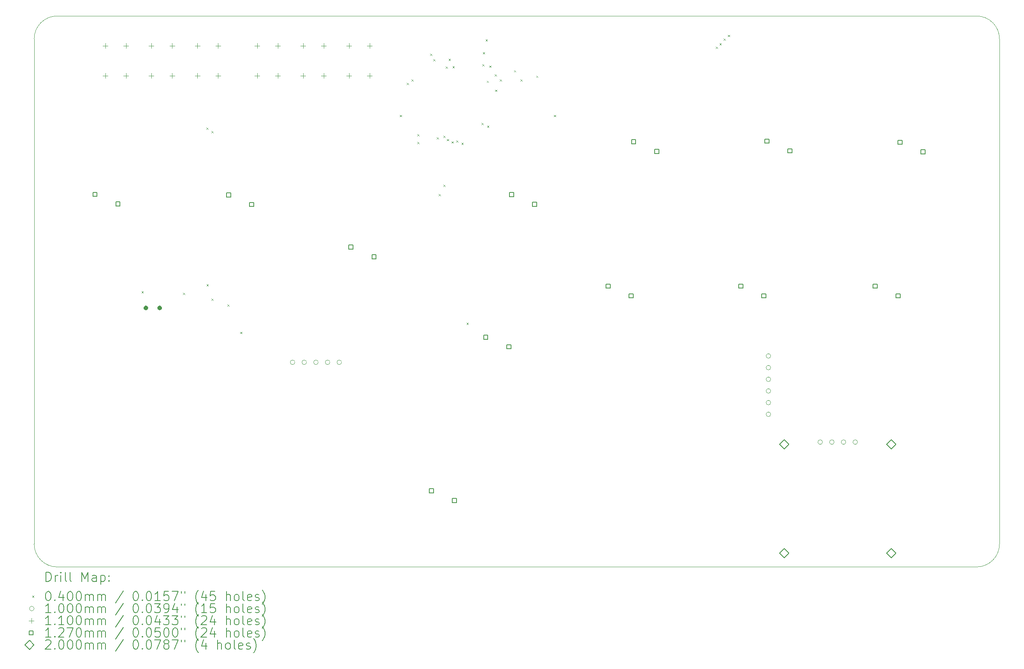
<source format=gbr>
%TF.GenerationSoftware,KiCad,Pcbnew,8.0.1*%
%TF.CreationDate,2024-05-01T14:39:18+02:00*%
%TF.ProjectId,PE2-for-review,5045322d-666f-4722-9d72-65766965772e,rev?*%
%TF.SameCoordinates,Original*%
%TF.FileFunction,Drillmap*%
%TF.FilePolarity,Positive*%
%FSLAX45Y45*%
G04 Gerber Fmt 4.5, Leading zero omitted, Abs format (unit mm)*
G04 Created by KiCad (PCBNEW 8.0.1) date 2024-05-01 14:39:18*
%MOMM*%
%LPD*%
G01*
G04 APERTURE LIST*
%ADD10C,0.050000*%
%ADD11C,0.000000*%
%ADD12C,0.200000*%
%ADD13C,0.100000*%
%ADD14C,0.110000*%
%ADD15C,0.127000*%
G04 APERTURE END LIST*
D10*
X25000000Y-3500000D02*
X25000000Y-14500000D01*
X4000000Y-14500000D02*
X4000000Y-3500000D01*
X4500000Y-3000000D02*
X13600000Y-3000000D01*
X13600000Y-3000000D02*
X24500000Y-3000000D01*
X24500000Y-15000000D02*
X22320000Y-15000000D01*
X4000000Y-3500000D02*
G75*
G02*
X4500000Y-3000000I500000J0D01*
G01*
X4500000Y-15000000D02*
G75*
G02*
X4000000Y-14500000I0J500000D01*
G01*
X25000000Y-14500000D02*
G75*
G02*
X24500000Y-15000000I-500000J0D01*
G01*
X24500000Y-3000000D02*
G75*
G02*
X25000000Y-3500000I0J-500000D01*
G01*
X22320000Y-15000000D02*
X4500000Y-15000000D01*
D11*
G36*
X6450771Y-9312018D02*
G01*
X6462743Y-9319713D01*
X6472063Y-9330468D01*
X6477975Y-9343413D01*
X6480000Y-9357500D01*
X6477975Y-9371587D01*
X6472063Y-9384532D01*
X6462743Y-9395288D01*
X6450771Y-9402982D01*
X6437116Y-9406991D01*
X6422884Y-9406991D01*
X6409229Y-9402982D01*
X6397257Y-9395288D01*
X6387937Y-9384532D01*
X6382025Y-9371587D01*
X6380000Y-9357500D01*
X6382025Y-9343413D01*
X6387937Y-9330468D01*
X6397257Y-9319713D01*
X6409229Y-9312018D01*
X6422884Y-9308009D01*
X6437116Y-9308009D01*
X6450771Y-9312018D01*
G37*
G36*
X6750771Y-9312018D02*
G01*
X6762743Y-9319713D01*
X6772063Y-9330468D01*
X6777975Y-9343413D01*
X6780000Y-9357500D01*
X6777975Y-9371587D01*
X6772063Y-9384532D01*
X6762743Y-9395288D01*
X6750771Y-9402982D01*
X6737116Y-9406991D01*
X6722884Y-9406991D01*
X6709229Y-9402982D01*
X6697257Y-9395288D01*
X6687937Y-9384532D01*
X6682025Y-9371587D01*
X6680000Y-9357500D01*
X6682025Y-9343413D01*
X6687937Y-9330468D01*
X6697257Y-9319713D01*
X6709229Y-9312018D01*
X6722884Y-9308009D01*
X6737116Y-9308009D01*
X6750771Y-9312018D01*
G37*
D12*
D13*
X6335000Y-8995000D02*
X6375000Y-9035000D01*
X6375000Y-8995000D02*
X6335000Y-9035000D01*
X7240000Y-9030000D02*
X7280000Y-9070000D01*
X7280000Y-9030000D02*
X7240000Y-9070000D01*
X7747500Y-5430000D02*
X7787500Y-5470000D01*
X7787500Y-5430000D02*
X7747500Y-5470000D01*
X7750000Y-8845000D02*
X7790000Y-8885000D01*
X7790000Y-8845000D02*
X7750000Y-8885000D01*
X7855000Y-5507500D02*
X7895000Y-5547500D01*
X7895000Y-5507500D02*
X7855000Y-5547500D01*
X7855000Y-9155000D02*
X7895000Y-9195000D01*
X7895000Y-9155000D02*
X7855000Y-9195000D01*
X8200000Y-9280000D02*
X8240000Y-9320000D01*
X8240000Y-9280000D02*
X8200000Y-9320000D01*
X8480000Y-9880000D02*
X8520000Y-9920000D01*
X8520000Y-9880000D02*
X8480000Y-9920000D01*
X11955000Y-5155000D02*
X11995000Y-5195000D01*
X11995000Y-5155000D02*
X11955000Y-5195000D01*
X12105000Y-4455000D02*
X12145000Y-4495000D01*
X12145000Y-4455000D02*
X12105000Y-4495000D01*
X12205000Y-4380000D02*
X12245000Y-4420000D01*
X12245000Y-4380000D02*
X12205000Y-4420000D01*
X12332500Y-5572500D02*
X12372500Y-5612500D01*
X12372500Y-5572500D02*
X12332500Y-5612500D01*
X12335000Y-5745000D02*
X12375000Y-5785000D01*
X12375000Y-5745000D02*
X12335000Y-5785000D01*
X12615000Y-3820000D02*
X12655000Y-3860000D01*
X12655000Y-3820000D02*
X12615000Y-3860000D01*
X12680000Y-3940000D02*
X12720000Y-3980000D01*
X12720000Y-3940000D02*
X12680000Y-3980000D01*
X12755000Y-5645000D02*
X12795000Y-5685000D01*
X12795000Y-5645000D02*
X12755000Y-5685000D01*
X12802043Y-6877043D02*
X12842043Y-6917043D01*
X12842043Y-6877043D02*
X12802043Y-6917043D01*
X12902546Y-6677546D02*
X12942546Y-6717546D01*
X12942546Y-6677546D02*
X12902546Y-6717546D01*
X12902700Y-5610000D02*
X12942700Y-5650000D01*
X12942700Y-5610000D02*
X12902700Y-5650000D01*
X12950000Y-4100000D02*
X12990000Y-4140000D01*
X12990000Y-4100000D02*
X12950000Y-4140000D01*
X12980000Y-5680000D02*
X13020000Y-5720000D01*
X13020000Y-5680000D02*
X12980000Y-5720000D01*
X13015079Y-3930000D02*
X13055079Y-3970000D01*
X13055079Y-3930000D02*
X13015079Y-3970000D01*
X13080000Y-5730000D02*
X13120000Y-5770000D01*
X13120000Y-5730000D02*
X13080000Y-5770000D01*
X13100000Y-4090000D02*
X13140000Y-4130000D01*
X13140000Y-4090000D02*
X13100000Y-4130000D01*
X13180330Y-5708480D02*
X13220330Y-5748480D01*
X13220330Y-5708480D02*
X13180330Y-5748480D01*
X13295000Y-5760000D02*
X13335000Y-5800000D01*
X13335000Y-5760000D02*
X13295000Y-5800000D01*
X13405000Y-9680000D02*
X13445000Y-9720000D01*
X13445000Y-9680000D02*
X13405000Y-9720000D01*
X13730000Y-5330000D02*
X13770000Y-5370000D01*
X13770000Y-5330000D02*
X13730000Y-5370000D01*
X13750000Y-4050000D02*
X13790000Y-4090000D01*
X13790000Y-4050000D02*
X13750000Y-4090000D01*
X13760000Y-3785000D02*
X13800000Y-3825000D01*
X13800000Y-3785000D02*
X13760000Y-3825000D01*
X13820000Y-3510000D02*
X13860000Y-3550000D01*
X13860000Y-3510000D02*
X13820000Y-3550000D01*
X13845000Y-4410000D02*
X13885000Y-4450000D01*
X13885000Y-4410000D02*
X13845000Y-4450000D01*
X13855000Y-5390000D02*
X13895000Y-5430000D01*
X13895000Y-5390000D02*
X13855000Y-5430000D01*
X13900000Y-4080000D02*
X13940000Y-4120000D01*
X13940000Y-4080000D02*
X13900000Y-4120000D01*
X14020000Y-4272700D02*
X14060000Y-4312700D01*
X14060000Y-4272700D02*
X14020000Y-4312700D01*
X14025000Y-4605000D02*
X14065000Y-4645000D01*
X14065000Y-4605000D02*
X14025000Y-4645000D01*
X14130000Y-4380000D02*
X14170000Y-4420000D01*
X14170000Y-4380000D02*
X14130000Y-4420000D01*
X14438593Y-4181407D02*
X14478593Y-4221407D01*
X14478593Y-4181407D02*
X14438593Y-4221407D01*
X14580000Y-4380000D02*
X14620000Y-4420000D01*
X14620000Y-4380000D02*
X14580000Y-4420000D01*
X14920000Y-4300000D02*
X14960000Y-4340000D01*
X14960000Y-4300000D02*
X14920000Y-4340000D01*
X15305000Y-5155000D02*
X15345000Y-5195000D01*
X15345000Y-5155000D02*
X15305000Y-5195000D01*
X18830000Y-3670000D02*
X18870000Y-3710000D01*
X18870000Y-3670000D02*
X18830000Y-3710000D01*
X18910000Y-3590000D02*
X18950000Y-3630000D01*
X18950000Y-3590000D02*
X18910000Y-3630000D01*
X19000000Y-3490000D02*
X19040000Y-3530000D01*
X19040000Y-3490000D02*
X19000000Y-3530000D01*
X19090000Y-3410000D02*
X19130000Y-3450000D01*
X19130000Y-3410000D02*
X19090000Y-3450000D01*
X9671500Y-10542500D02*
G75*
G02*
X9571500Y-10542500I-50000J0D01*
G01*
X9571500Y-10542500D02*
G75*
G02*
X9671500Y-10542500I50000J0D01*
G01*
X9925500Y-10542500D02*
G75*
G02*
X9825500Y-10542500I-50000J0D01*
G01*
X9825500Y-10542500D02*
G75*
G02*
X9925500Y-10542500I50000J0D01*
G01*
X10179500Y-10542500D02*
G75*
G02*
X10079500Y-10542500I-50000J0D01*
G01*
X10079500Y-10542500D02*
G75*
G02*
X10179500Y-10542500I50000J0D01*
G01*
X10433500Y-10542500D02*
G75*
G02*
X10333500Y-10542500I-50000J0D01*
G01*
X10333500Y-10542500D02*
G75*
G02*
X10433500Y-10542500I50000J0D01*
G01*
X10687500Y-10542500D02*
G75*
G02*
X10587500Y-10542500I-50000J0D01*
G01*
X10587500Y-10542500D02*
G75*
G02*
X10687500Y-10542500I50000J0D01*
G01*
X20022500Y-10405000D02*
G75*
G02*
X19922500Y-10405000I-50000J0D01*
G01*
X19922500Y-10405000D02*
G75*
G02*
X20022500Y-10405000I50000J0D01*
G01*
X20022500Y-10659000D02*
G75*
G02*
X19922500Y-10659000I-50000J0D01*
G01*
X19922500Y-10659000D02*
G75*
G02*
X20022500Y-10659000I50000J0D01*
G01*
X20022500Y-10913000D02*
G75*
G02*
X19922500Y-10913000I-50000J0D01*
G01*
X19922500Y-10913000D02*
G75*
G02*
X20022500Y-10913000I50000J0D01*
G01*
X20022500Y-11167000D02*
G75*
G02*
X19922500Y-11167000I-50000J0D01*
G01*
X19922500Y-11167000D02*
G75*
G02*
X20022500Y-11167000I50000J0D01*
G01*
X20022500Y-11421000D02*
G75*
G02*
X19922500Y-11421000I-50000J0D01*
G01*
X19922500Y-11421000D02*
G75*
G02*
X20022500Y-11421000I50000J0D01*
G01*
X20022500Y-11675000D02*
G75*
G02*
X19922500Y-11675000I-50000J0D01*
G01*
X19922500Y-11675000D02*
G75*
G02*
X20022500Y-11675000I50000J0D01*
G01*
X21149000Y-12281250D02*
G75*
G02*
X21049000Y-12281250I-50000J0D01*
G01*
X21049000Y-12281250D02*
G75*
G02*
X21149000Y-12281250I50000J0D01*
G01*
X21403000Y-12281250D02*
G75*
G02*
X21303000Y-12281250I-50000J0D01*
G01*
X21303000Y-12281250D02*
G75*
G02*
X21403000Y-12281250I50000J0D01*
G01*
X21657000Y-12281250D02*
G75*
G02*
X21557000Y-12281250I-50000J0D01*
G01*
X21557000Y-12281250D02*
G75*
G02*
X21657000Y-12281250I50000J0D01*
G01*
X21911000Y-12281250D02*
G75*
G02*
X21811000Y-12281250I-50000J0D01*
G01*
X21811000Y-12281250D02*
G75*
G02*
X21911000Y-12281250I50000J0D01*
G01*
D14*
X5550000Y-3595000D02*
X5550000Y-3705000D01*
X5495000Y-3650000D02*
X5605000Y-3650000D01*
X5550000Y-4245000D02*
X5550000Y-4355000D01*
X5495000Y-4300000D02*
X5605000Y-4300000D01*
X6000000Y-3595000D02*
X6000000Y-3705000D01*
X5945000Y-3650000D02*
X6055000Y-3650000D01*
X6000000Y-4245000D02*
X6000000Y-4355000D01*
X5945000Y-4300000D02*
X6055000Y-4300000D01*
X6550000Y-3595000D02*
X6550000Y-3705000D01*
X6495000Y-3650000D02*
X6605000Y-3650000D01*
X6550000Y-4245000D02*
X6550000Y-4355000D01*
X6495000Y-4300000D02*
X6605000Y-4300000D01*
X7000000Y-3595000D02*
X7000000Y-3705000D01*
X6945000Y-3650000D02*
X7055000Y-3650000D01*
X7000000Y-4245000D02*
X7000000Y-4355000D01*
X6945000Y-4300000D02*
X7055000Y-4300000D01*
X7550000Y-3595000D02*
X7550000Y-3705000D01*
X7495000Y-3650000D02*
X7605000Y-3650000D01*
X7550000Y-4245000D02*
X7550000Y-4355000D01*
X7495000Y-4300000D02*
X7605000Y-4300000D01*
X8000000Y-3595000D02*
X8000000Y-3705000D01*
X7945000Y-3650000D02*
X8055000Y-3650000D01*
X8000000Y-4245000D02*
X8000000Y-4355000D01*
X7945000Y-4300000D02*
X8055000Y-4300000D01*
X8850000Y-3595000D02*
X8850000Y-3705000D01*
X8795000Y-3650000D02*
X8905000Y-3650000D01*
X8850000Y-4245000D02*
X8850000Y-4355000D01*
X8795000Y-4300000D02*
X8905000Y-4300000D01*
X9300000Y-3595000D02*
X9300000Y-3705000D01*
X9245000Y-3650000D02*
X9355000Y-3650000D01*
X9300000Y-4245000D02*
X9300000Y-4355000D01*
X9245000Y-4300000D02*
X9355000Y-4300000D01*
X9850000Y-3595000D02*
X9850000Y-3705000D01*
X9795000Y-3650000D02*
X9905000Y-3650000D01*
X9850000Y-4245000D02*
X9850000Y-4355000D01*
X9795000Y-4300000D02*
X9905000Y-4300000D01*
X10300000Y-3595000D02*
X10300000Y-3705000D01*
X10245000Y-3650000D02*
X10355000Y-3650000D01*
X10300000Y-4245000D02*
X10300000Y-4355000D01*
X10245000Y-4300000D02*
X10355000Y-4300000D01*
X10850000Y-3595000D02*
X10850000Y-3705000D01*
X10795000Y-3650000D02*
X10905000Y-3650000D01*
X10850000Y-4245000D02*
X10850000Y-4355000D01*
X10795000Y-4300000D02*
X10905000Y-4300000D01*
X11300000Y-3595000D02*
X11300000Y-3705000D01*
X11245000Y-3650000D02*
X11355000Y-3650000D01*
X11300000Y-4245000D02*
X11300000Y-4355000D01*
X11245000Y-4300000D02*
X11355000Y-4300000D01*
D15*
X5367402Y-6929902D02*
X5367402Y-6840098D01*
X5277598Y-6840098D01*
X5277598Y-6929902D01*
X5367402Y-6929902D01*
X5867402Y-7139902D02*
X5867402Y-7050098D01*
X5777598Y-7050098D01*
X5777598Y-7139902D01*
X5867402Y-7139902D01*
X8276902Y-6941902D02*
X8276902Y-6852098D01*
X8187098Y-6852098D01*
X8187098Y-6941902D01*
X8276902Y-6941902D01*
X8776902Y-7151902D02*
X8776902Y-7062098D01*
X8687098Y-7062098D01*
X8687098Y-7151902D01*
X8776902Y-7151902D01*
X10936902Y-8076902D02*
X10936902Y-7987098D01*
X10847098Y-7987098D01*
X10847098Y-8076902D01*
X10936902Y-8076902D01*
X11436902Y-8286902D02*
X11436902Y-8197098D01*
X11347098Y-8197098D01*
X11347098Y-8286902D01*
X11436902Y-8286902D01*
X12686902Y-13386902D02*
X12686902Y-13297098D01*
X12597098Y-13297098D01*
X12597098Y-13386902D01*
X12686902Y-13386902D01*
X13186902Y-13596902D02*
X13186902Y-13507098D01*
X13097098Y-13507098D01*
X13097098Y-13596902D01*
X13186902Y-13596902D01*
X13869902Y-10039902D02*
X13869902Y-9950098D01*
X13780098Y-9950098D01*
X13780098Y-10039902D01*
X13869902Y-10039902D01*
X14369902Y-10249902D02*
X14369902Y-10160098D01*
X14280098Y-10160098D01*
X14280098Y-10249902D01*
X14369902Y-10249902D01*
X14430902Y-6935902D02*
X14430902Y-6846098D01*
X14341098Y-6846098D01*
X14341098Y-6935902D01*
X14430902Y-6935902D01*
X14930902Y-7145902D02*
X14930902Y-7056098D01*
X14841098Y-7056098D01*
X14841098Y-7145902D01*
X14930902Y-7145902D01*
X16530902Y-8928902D02*
X16530902Y-8839098D01*
X16441098Y-8839098D01*
X16441098Y-8928902D01*
X16530902Y-8928902D01*
X17030902Y-9138902D02*
X17030902Y-9049098D01*
X16941098Y-9049098D01*
X16941098Y-9138902D01*
X17030902Y-9138902D01*
X17086902Y-5782902D02*
X17086902Y-5693098D01*
X16997098Y-5693098D01*
X16997098Y-5782902D01*
X17086902Y-5782902D01*
X17586902Y-5992902D02*
X17586902Y-5903098D01*
X17497098Y-5903098D01*
X17497098Y-5992902D01*
X17586902Y-5992902D01*
X19415902Y-8928902D02*
X19415902Y-8839098D01*
X19326098Y-8839098D01*
X19326098Y-8928902D01*
X19415902Y-8928902D01*
X19915902Y-9138902D02*
X19915902Y-9049098D01*
X19826098Y-9049098D01*
X19826098Y-9138902D01*
X19915902Y-9138902D01*
X19983902Y-5770902D02*
X19983902Y-5681098D01*
X19894098Y-5681098D01*
X19894098Y-5770902D01*
X19983902Y-5770902D01*
X20483902Y-5980902D02*
X20483902Y-5891098D01*
X20394098Y-5891098D01*
X20394098Y-5980902D01*
X20483902Y-5980902D01*
X22336902Y-8928902D02*
X22336902Y-8839098D01*
X22247098Y-8839098D01*
X22247098Y-8928902D01*
X22336902Y-8928902D01*
X22836902Y-9138902D02*
X22836902Y-9049098D01*
X22747098Y-9049098D01*
X22747098Y-9138902D01*
X22836902Y-9138902D01*
X22880902Y-5794902D02*
X22880902Y-5705098D01*
X22791098Y-5705098D01*
X22791098Y-5794902D01*
X22880902Y-5794902D01*
X23380902Y-6004902D02*
X23380902Y-5915098D01*
X23291098Y-5915098D01*
X23291098Y-6004902D01*
X23380902Y-6004902D01*
D12*
X20315000Y-12431250D02*
X20415000Y-12331250D01*
X20315000Y-12231250D01*
X20215000Y-12331250D01*
X20315000Y-12431250D01*
X20315000Y-14801250D02*
X20415000Y-14701250D01*
X20315000Y-14601250D01*
X20215000Y-14701250D01*
X20315000Y-14801250D01*
X22645000Y-12431250D02*
X22745000Y-12331250D01*
X22645000Y-12231250D01*
X22545000Y-12331250D01*
X22645000Y-12431250D01*
X22645000Y-14801250D02*
X22745000Y-14701250D01*
X22645000Y-14601250D01*
X22545000Y-14701250D01*
X22645000Y-14801250D01*
X4258277Y-15313984D02*
X4258277Y-15113984D01*
X4258277Y-15113984D02*
X4305896Y-15113984D01*
X4305896Y-15113984D02*
X4334467Y-15123508D01*
X4334467Y-15123508D02*
X4353515Y-15142555D01*
X4353515Y-15142555D02*
X4363039Y-15161603D01*
X4363039Y-15161603D02*
X4372563Y-15199698D01*
X4372563Y-15199698D02*
X4372563Y-15228269D01*
X4372563Y-15228269D02*
X4363039Y-15266365D01*
X4363039Y-15266365D02*
X4353515Y-15285412D01*
X4353515Y-15285412D02*
X4334467Y-15304460D01*
X4334467Y-15304460D02*
X4305896Y-15313984D01*
X4305896Y-15313984D02*
X4258277Y-15313984D01*
X4458277Y-15313984D02*
X4458277Y-15180650D01*
X4458277Y-15218746D02*
X4467801Y-15199698D01*
X4467801Y-15199698D02*
X4477324Y-15190174D01*
X4477324Y-15190174D02*
X4496372Y-15180650D01*
X4496372Y-15180650D02*
X4515420Y-15180650D01*
X4582086Y-15313984D02*
X4582086Y-15180650D01*
X4582086Y-15113984D02*
X4572563Y-15123508D01*
X4572563Y-15123508D02*
X4582086Y-15133031D01*
X4582086Y-15133031D02*
X4591610Y-15123508D01*
X4591610Y-15123508D02*
X4582086Y-15113984D01*
X4582086Y-15113984D02*
X4582086Y-15133031D01*
X4705896Y-15313984D02*
X4686848Y-15304460D01*
X4686848Y-15304460D02*
X4677324Y-15285412D01*
X4677324Y-15285412D02*
X4677324Y-15113984D01*
X4810658Y-15313984D02*
X4791610Y-15304460D01*
X4791610Y-15304460D02*
X4782086Y-15285412D01*
X4782086Y-15285412D02*
X4782086Y-15113984D01*
X5039229Y-15313984D02*
X5039229Y-15113984D01*
X5039229Y-15113984D02*
X5105896Y-15256841D01*
X5105896Y-15256841D02*
X5172563Y-15113984D01*
X5172563Y-15113984D02*
X5172563Y-15313984D01*
X5353515Y-15313984D02*
X5353515Y-15209222D01*
X5353515Y-15209222D02*
X5343991Y-15190174D01*
X5343991Y-15190174D02*
X5324944Y-15180650D01*
X5324944Y-15180650D02*
X5286848Y-15180650D01*
X5286848Y-15180650D02*
X5267801Y-15190174D01*
X5353515Y-15304460D02*
X5334467Y-15313984D01*
X5334467Y-15313984D02*
X5286848Y-15313984D01*
X5286848Y-15313984D02*
X5267801Y-15304460D01*
X5267801Y-15304460D02*
X5258277Y-15285412D01*
X5258277Y-15285412D02*
X5258277Y-15266365D01*
X5258277Y-15266365D02*
X5267801Y-15247317D01*
X5267801Y-15247317D02*
X5286848Y-15237793D01*
X5286848Y-15237793D02*
X5334467Y-15237793D01*
X5334467Y-15237793D02*
X5353515Y-15228269D01*
X5448753Y-15180650D02*
X5448753Y-15380650D01*
X5448753Y-15190174D02*
X5467801Y-15180650D01*
X5467801Y-15180650D02*
X5505896Y-15180650D01*
X5505896Y-15180650D02*
X5524944Y-15190174D01*
X5524944Y-15190174D02*
X5534467Y-15199698D01*
X5534467Y-15199698D02*
X5543991Y-15218746D01*
X5543991Y-15218746D02*
X5543991Y-15275888D01*
X5543991Y-15275888D02*
X5534467Y-15294936D01*
X5534467Y-15294936D02*
X5524944Y-15304460D01*
X5524944Y-15304460D02*
X5505896Y-15313984D01*
X5505896Y-15313984D02*
X5467801Y-15313984D01*
X5467801Y-15313984D02*
X5448753Y-15304460D01*
X5629705Y-15294936D02*
X5639229Y-15304460D01*
X5639229Y-15304460D02*
X5629705Y-15313984D01*
X5629705Y-15313984D02*
X5620182Y-15304460D01*
X5620182Y-15304460D02*
X5629705Y-15294936D01*
X5629705Y-15294936D02*
X5629705Y-15313984D01*
X5629705Y-15190174D02*
X5639229Y-15199698D01*
X5639229Y-15199698D02*
X5629705Y-15209222D01*
X5629705Y-15209222D02*
X5620182Y-15199698D01*
X5620182Y-15199698D02*
X5629705Y-15190174D01*
X5629705Y-15190174D02*
X5629705Y-15209222D01*
D13*
X3957500Y-15622500D02*
X3997500Y-15662500D01*
X3997500Y-15622500D02*
X3957500Y-15662500D01*
D12*
X4296372Y-15533984D02*
X4315420Y-15533984D01*
X4315420Y-15533984D02*
X4334467Y-15543508D01*
X4334467Y-15543508D02*
X4343991Y-15553031D01*
X4343991Y-15553031D02*
X4353515Y-15572079D01*
X4353515Y-15572079D02*
X4363039Y-15610174D01*
X4363039Y-15610174D02*
X4363039Y-15657793D01*
X4363039Y-15657793D02*
X4353515Y-15695888D01*
X4353515Y-15695888D02*
X4343991Y-15714936D01*
X4343991Y-15714936D02*
X4334467Y-15724460D01*
X4334467Y-15724460D02*
X4315420Y-15733984D01*
X4315420Y-15733984D02*
X4296372Y-15733984D01*
X4296372Y-15733984D02*
X4277324Y-15724460D01*
X4277324Y-15724460D02*
X4267801Y-15714936D01*
X4267801Y-15714936D02*
X4258277Y-15695888D01*
X4258277Y-15695888D02*
X4248753Y-15657793D01*
X4248753Y-15657793D02*
X4248753Y-15610174D01*
X4248753Y-15610174D02*
X4258277Y-15572079D01*
X4258277Y-15572079D02*
X4267801Y-15553031D01*
X4267801Y-15553031D02*
X4277324Y-15543508D01*
X4277324Y-15543508D02*
X4296372Y-15533984D01*
X4448753Y-15714936D02*
X4458277Y-15724460D01*
X4458277Y-15724460D02*
X4448753Y-15733984D01*
X4448753Y-15733984D02*
X4439229Y-15724460D01*
X4439229Y-15724460D02*
X4448753Y-15714936D01*
X4448753Y-15714936D02*
X4448753Y-15733984D01*
X4629705Y-15600650D02*
X4629705Y-15733984D01*
X4582086Y-15524460D02*
X4534467Y-15667317D01*
X4534467Y-15667317D02*
X4658277Y-15667317D01*
X4772563Y-15533984D02*
X4791610Y-15533984D01*
X4791610Y-15533984D02*
X4810658Y-15543508D01*
X4810658Y-15543508D02*
X4820182Y-15553031D01*
X4820182Y-15553031D02*
X4829705Y-15572079D01*
X4829705Y-15572079D02*
X4839229Y-15610174D01*
X4839229Y-15610174D02*
X4839229Y-15657793D01*
X4839229Y-15657793D02*
X4829705Y-15695888D01*
X4829705Y-15695888D02*
X4820182Y-15714936D01*
X4820182Y-15714936D02*
X4810658Y-15724460D01*
X4810658Y-15724460D02*
X4791610Y-15733984D01*
X4791610Y-15733984D02*
X4772563Y-15733984D01*
X4772563Y-15733984D02*
X4753515Y-15724460D01*
X4753515Y-15724460D02*
X4743991Y-15714936D01*
X4743991Y-15714936D02*
X4734467Y-15695888D01*
X4734467Y-15695888D02*
X4724944Y-15657793D01*
X4724944Y-15657793D02*
X4724944Y-15610174D01*
X4724944Y-15610174D02*
X4734467Y-15572079D01*
X4734467Y-15572079D02*
X4743991Y-15553031D01*
X4743991Y-15553031D02*
X4753515Y-15543508D01*
X4753515Y-15543508D02*
X4772563Y-15533984D01*
X4963039Y-15533984D02*
X4982086Y-15533984D01*
X4982086Y-15533984D02*
X5001134Y-15543508D01*
X5001134Y-15543508D02*
X5010658Y-15553031D01*
X5010658Y-15553031D02*
X5020182Y-15572079D01*
X5020182Y-15572079D02*
X5029705Y-15610174D01*
X5029705Y-15610174D02*
X5029705Y-15657793D01*
X5029705Y-15657793D02*
X5020182Y-15695888D01*
X5020182Y-15695888D02*
X5010658Y-15714936D01*
X5010658Y-15714936D02*
X5001134Y-15724460D01*
X5001134Y-15724460D02*
X4982086Y-15733984D01*
X4982086Y-15733984D02*
X4963039Y-15733984D01*
X4963039Y-15733984D02*
X4943991Y-15724460D01*
X4943991Y-15724460D02*
X4934467Y-15714936D01*
X4934467Y-15714936D02*
X4924944Y-15695888D01*
X4924944Y-15695888D02*
X4915420Y-15657793D01*
X4915420Y-15657793D02*
X4915420Y-15610174D01*
X4915420Y-15610174D02*
X4924944Y-15572079D01*
X4924944Y-15572079D02*
X4934467Y-15553031D01*
X4934467Y-15553031D02*
X4943991Y-15543508D01*
X4943991Y-15543508D02*
X4963039Y-15533984D01*
X5115420Y-15733984D02*
X5115420Y-15600650D01*
X5115420Y-15619698D02*
X5124944Y-15610174D01*
X5124944Y-15610174D02*
X5143991Y-15600650D01*
X5143991Y-15600650D02*
X5172563Y-15600650D01*
X5172563Y-15600650D02*
X5191610Y-15610174D01*
X5191610Y-15610174D02*
X5201134Y-15629222D01*
X5201134Y-15629222D02*
X5201134Y-15733984D01*
X5201134Y-15629222D02*
X5210658Y-15610174D01*
X5210658Y-15610174D02*
X5229705Y-15600650D01*
X5229705Y-15600650D02*
X5258277Y-15600650D01*
X5258277Y-15600650D02*
X5277325Y-15610174D01*
X5277325Y-15610174D02*
X5286848Y-15629222D01*
X5286848Y-15629222D02*
X5286848Y-15733984D01*
X5382086Y-15733984D02*
X5382086Y-15600650D01*
X5382086Y-15619698D02*
X5391610Y-15610174D01*
X5391610Y-15610174D02*
X5410658Y-15600650D01*
X5410658Y-15600650D02*
X5439229Y-15600650D01*
X5439229Y-15600650D02*
X5458277Y-15610174D01*
X5458277Y-15610174D02*
X5467801Y-15629222D01*
X5467801Y-15629222D02*
X5467801Y-15733984D01*
X5467801Y-15629222D02*
X5477325Y-15610174D01*
X5477325Y-15610174D02*
X5496372Y-15600650D01*
X5496372Y-15600650D02*
X5524944Y-15600650D01*
X5524944Y-15600650D02*
X5543991Y-15610174D01*
X5543991Y-15610174D02*
X5553515Y-15629222D01*
X5553515Y-15629222D02*
X5553515Y-15733984D01*
X5943991Y-15524460D02*
X5772563Y-15781603D01*
X6201134Y-15533984D02*
X6220182Y-15533984D01*
X6220182Y-15533984D02*
X6239229Y-15543508D01*
X6239229Y-15543508D02*
X6248753Y-15553031D01*
X6248753Y-15553031D02*
X6258277Y-15572079D01*
X6258277Y-15572079D02*
X6267801Y-15610174D01*
X6267801Y-15610174D02*
X6267801Y-15657793D01*
X6267801Y-15657793D02*
X6258277Y-15695888D01*
X6258277Y-15695888D02*
X6248753Y-15714936D01*
X6248753Y-15714936D02*
X6239229Y-15724460D01*
X6239229Y-15724460D02*
X6220182Y-15733984D01*
X6220182Y-15733984D02*
X6201134Y-15733984D01*
X6201134Y-15733984D02*
X6182086Y-15724460D01*
X6182086Y-15724460D02*
X6172563Y-15714936D01*
X6172563Y-15714936D02*
X6163039Y-15695888D01*
X6163039Y-15695888D02*
X6153515Y-15657793D01*
X6153515Y-15657793D02*
X6153515Y-15610174D01*
X6153515Y-15610174D02*
X6163039Y-15572079D01*
X6163039Y-15572079D02*
X6172563Y-15553031D01*
X6172563Y-15553031D02*
X6182086Y-15543508D01*
X6182086Y-15543508D02*
X6201134Y-15533984D01*
X6353515Y-15714936D02*
X6363039Y-15724460D01*
X6363039Y-15724460D02*
X6353515Y-15733984D01*
X6353515Y-15733984D02*
X6343991Y-15724460D01*
X6343991Y-15724460D02*
X6353515Y-15714936D01*
X6353515Y-15714936D02*
X6353515Y-15733984D01*
X6486848Y-15533984D02*
X6505896Y-15533984D01*
X6505896Y-15533984D02*
X6524944Y-15543508D01*
X6524944Y-15543508D02*
X6534467Y-15553031D01*
X6534467Y-15553031D02*
X6543991Y-15572079D01*
X6543991Y-15572079D02*
X6553515Y-15610174D01*
X6553515Y-15610174D02*
X6553515Y-15657793D01*
X6553515Y-15657793D02*
X6543991Y-15695888D01*
X6543991Y-15695888D02*
X6534467Y-15714936D01*
X6534467Y-15714936D02*
X6524944Y-15724460D01*
X6524944Y-15724460D02*
X6505896Y-15733984D01*
X6505896Y-15733984D02*
X6486848Y-15733984D01*
X6486848Y-15733984D02*
X6467801Y-15724460D01*
X6467801Y-15724460D02*
X6458277Y-15714936D01*
X6458277Y-15714936D02*
X6448753Y-15695888D01*
X6448753Y-15695888D02*
X6439229Y-15657793D01*
X6439229Y-15657793D02*
X6439229Y-15610174D01*
X6439229Y-15610174D02*
X6448753Y-15572079D01*
X6448753Y-15572079D02*
X6458277Y-15553031D01*
X6458277Y-15553031D02*
X6467801Y-15543508D01*
X6467801Y-15543508D02*
X6486848Y-15533984D01*
X6743991Y-15733984D02*
X6629706Y-15733984D01*
X6686848Y-15733984D02*
X6686848Y-15533984D01*
X6686848Y-15533984D02*
X6667801Y-15562555D01*
X6667801Y-15562555D02*
X6648753Y-15581603D01*
X6648753Y-15581603D02*
X6629706Y-15591127D01*
X6924944Y-15533984D02*
X6829706Y-15533984D01*
X6829706Y-15533984D02*
X6820182Y-15629222D01*
X6820182Y-15629222D02*
X6829706Y-15619698D01*
X6829706Y-15619698D02*
X6848753Y-15610174D01*
X6848753Y-15610174D02*
X6896372Y-15610174D01*
X6896372Y-15610174D02*
X6915420Y-15619698D01*
X6915420Y-15619698D02*
X6924944Y-15629222D01*
X6924944Y-15629222D02*
X6934467Y-15648269D01*
X6934467Y-15648269D02*
X6934467Y-15695888D01*
X6934467Y-15695888D02*
X6924944Y-15714936D01*
X6924944Y-15714936D02*
X6915420Y-15724460D01*
X6915420Y-15724460D02*
X6896372Y-15733984D01*
X6896372Y-15733984D02*
X6848753Y-15733984D01*
X6848753Y-15733984D02*
X6829706Y-15724460D01*
X6829706Y-15724460D02*
X6820182Y-15714936D01*
X7001134Y-15533984D02*
X7134467Y-15533984D01*
X7134467Y-15533984D02*
X7048753Y-15733984D01*
X7201134Y-15533984D02*
X7201134Y-15572079D01*
X7277325Y-15533984D02*
X7277325Y-15572079D01*
X7572563Y-15810174D02*
X7563039Y-15800650D01*
X7563039Y-15800650D02*
X7543991Y-15772079D01*
X7543991Y-15772079D02*
X7534468Y-15753031D01*
X7534468Y-15753031D02*
X7524944Y-15724460D01*
X7524944Y-15724460D02*
X7515420Y-15676841D01*
X7515420Y-15676841D02*
X7515420Y-15638746D01*
X7515420Y-15638746D02*
X7524944Y-15591127D01*
X7524944Y-15591127D02*
X7534468Y-15562555D01*
X7534468Y-15562555D02*
X7543991Y-15543508D01*
X7543991Y-15543508D02*
X7563039Y-15514936D01*
X7563039Y-15514936D02*
X7572563Y-15505412D01*
X7734468Y-15600650D02*
X7734468Y-15733984D01*
X7686848Y-15524460D02*
X7639229Y-15667317D01*
X7639229Y-15667317D02*
X7763039Y-15667317D01*
X7934468Y-15533984D02*
X7839229Y-15533984D01*
X7839229Y-15533984D02*
X7829706Y-15629222D01*
X7829706Y-15629222D02*
X7839229Y-15619698D01*
X7839229Y-15619698D02*
X7858277Y-15610174D01*
X7858277Y-15610174D02*
X7905896Y-15610174D01*
X7905896Y-15610174D02*
X7924944Y-15619698D01*
X7924944Y-15619698D02*
X7934468Y-15629222D01*
X7934468Y-15629222D02*
X7943991Y-15648269D01*
X7943991Y-15648269D02*
X7943991Y-15695888D01*
X7943991Y-15695888D02*
X7934468Y-15714936D01*
X7934468Y-15714936D02*
X7924944Y-15724460D01*
X7924944Y-15724460D02*
X7905896Y-15733984D01*
X7905896Y-15733984D02*
X7858277Y-15733984D01*
X7858277Y-15733984D02*
X7839229Y-15724460D01*
X7839229Y-15724460D02*
X7829706Y-15714936D01*
X8182087Y-15733984D02*
X8182087Y-15533984D01*
X8267801Y-15733984D02*
X8267801Y-15629222D01*
X8267801Y-15629222D02*
X8258277Y-15610174D01*
X8258277Y-15610174D02*
X8239230Y-15600650D01*
X8239230Y-15600650D02*
X8210658Y-15600650D01*
X8210658Y-15600650D02*
X8191610Y-15610174D01*
X8191610Y-15610174D02*
X8182087Y-15619698D01*
X8391611Y-15733984D02*
X8372563Y-15724460D01*
X8372563Y-15724460D02*
X8363039Y-15714936D01*
X8363039Y-15714936D02*
X8353515Y-15695888D01*
X8353515Y-15695888D02*
X8353515Y-15638746D01*
X8353515Y-15638746D02*
X8363039Y-15619698D01*
X8363039Y-15619698D02*
X8372563Y-15610174D01*
X8372563Y-15610174D02*
X8391611Y-15600650D01*
X8391611Y-15600650D02*
X8420182Y-15600650D01*
X8420182Y-15600650D02*
X8439230Y-15610174D01*
X8439230Y-15610174D02*
X8448753Y-15619698D01*
X8448753Y-15619698D02*
X8458277Y-15638746D01*
X8458277Y-15638746D02*
X8458277Y-15695888D01*
X8458277Y-15695888D02*
X8448753Y-15714936D01*
X8448753Y-15714936D02*
X8439230Y-15724460D01*
X8439230Y-15724460D02*
X8420182Y-15733984D01*
X8420182Y-15733984D02*
X8391611Y-15733984D01*
X8572563Y-15733984D02*
X8553515Y-15724460D01*
X8553515Y-15724460D02*
X8543992Y-15705412D01*
X8543992Y-15705412D02*
X8543992Y-15533984D01*
X8724944Y-15724460D02*
X8705896Y-15733984D01*
X8705896Y-15733984D02*
X8667801Y-15733984D01*
X8667801Y-15733984D02*
X8648753Y-15724460D01*
X8648753Y-15724460D02*
X8639230Y-15705412D01*
X8639230Y-15705412D02*
X8639230Y-15629222D01*
X8639230Y-15629222D02*
X8648753Y-15610174D01*
X8648753Y-15610174D02*
X8667801Y-15600650D01*
X8667801Y-15600650D02*
X8705896Y-15600650D01*
X8705896Y-15600650D02*
X8724944Y-15610174D01*
X8724944Y-15610174D02*
X8734468Y-15629222D01*
X8734468Y-15629222D02*
X8734468Y-15648269D01*
X8734468Y-15648269D02*
X8639230Y-15667317D01*
X8810658Y-15724460D02*
X8829706Y-15733984D01*
X8829706Y-15733984D02*
X8867801Y-15733984D01*
X8867801Y-15733984D02*
X8886849Y-15724460D01*
X8886849Y-15724460D02*
X8896373Y-15705412D01*
X8896373Y-15705412D02*
X8896373Y-15695888D01*
X8896373Y-15695888D02*
X8886849Y-15676841D01*
X8886849Y-15676841D02*
X8867801Y-15667317D01*
X8867801Y-15667317D02*
X8839230Y-15667317D01*
X8839230Y-15667317D02*
X8820182Y-15657793D01*
X8820182Y-15657793D02*
X8810658Y-15638746D01*
X8810658Y-15638746D02*
X8810658Y-15629222D01*
X8810658Y-15629222D02*
X8820182Y-15610174D01*
X8820182Y-15610174D02*
X8839230Y-15600650D01*
X8839230Y-15600650D02*
X8867801Y-15600650D01*
X8867801Y-15600650D02*
X8886849Y-15610174D01*
X8963039Y-15810174D02*
X8972563Y-15800650D01*
X8972563Y-15800650D02*
X8991611Y-15772079D01*
X8991611Y-15772079D02*
X9001134Y-15753031D01*
X9001134Y-15753031D02*
X9010658Y-15724460D01*
X9010658Y-15724460D02*
X9020182Y-15676841D01*
X9020182Y-15676841D02*
X9020182Y-15638746D01*
X9020182Y-15638746D02*
X9010658Y-15591127D01*
X9010658Y-15591127D02*
X9001134Y-15562555D01*
X9001134Y-15562555D02*
X8991611Y-15543508D01*
X8991611Y-15543508D02*
X8972563Y-15514936D01*
X8972563Y-15514936D02*
X8963039Y-15505412D01*
D13*
X3997500Y-15906500D02*
G75*
G02*
X3897500Y-15906500I-50000J0D01*
G01*
X3897500Y-15906500D02*
G75*
G02*
X3997500Y-15906500I50000J0D01*
G01*
D12*
X4363039Y-15997984D02*
X4248753Y-15997984D01*
X4305896Y-15997984D02*
X4305896Y-15797984D01*
X4305896Y-15797984D02*
X4286848Y-15826555D01*
X4286848Y-15826555D02*
X4267801Y-15845603D01*
X4267801Y-15845603D02*
X4248753Y-15855127D01*
X4448753Y-15978936D02*
X4458277Y-15988460D01*
X4458277Y-15988460D02*
X4448753Y-15997984D01*
X4448753Y-15997984D02*
X4439229Y-15988460D01*
X4439229Y-15988460D02*
X4448753Y-15978936D01*
X4448753Y-15978936D02*
X4448753Y-15997984D01*
X4582086Y-15797984D02*
X4601134Y-15797984D01*
X4601134Y-15797984D02*
X4620182Y-15807508D01*
X4620182Y-15807508D02*
X4629705Y-15817031D01*
X4629705Y-15817031D02*
X4639229Y-15836079D01*
X4639229Y-15836079D02*
X4648753Y-15874174D01*
X4648753Y-15874174D02*
X4648753Y-15921793D01*
X4648753Y-15921793D02*
X4639229Y-15959888D01*
X4639229Y-15959888D02*
X4629705Y-15978936D01*
X4629705Y-15978936D02*
X4620182Y-15988460D01*
X4620182Y-15988460D02*
X4601134Y-15997984D01*
X4601134Y-15997984D02*
X4582086Y-15997984D01*
X4582086Y-15997984D02*
X4563039Y-15988460D01*
X4563039Y-15988460D02*
X4553515Y-15978936D01*
X4553515Y-15978936D02*
X4543991Y-15959888D01*
X4543991Y-15959888D02*
X4534467Y-15921793D01*
X4534467Y-15921793D02*
X4534467Y-15874174D01*
X4534467Y-15874174D02*
X4543991Y-15836079D01*
X4543991Y-15836079D02*
X4553515Y-15817031D01*
X4553515Y-15817031D02*
X4563039Y-15807508D01*
X4563039Y-15807508D02*
X4582086Y-15797984D01*
X4772563Y-15797984D02*
X4791610Y-15797984D01*
X4791610Y-15797984D02*
X4810658Y-15807508D01*
X4810658Y-15807508D02*
X4820182Y-15817031D01*
X4820182Y-15817031D02*
X4829705Y-15836079D01*
X4829705Y-15836079D02*
X4839229Y-15874174D01*
X4839229Y-15874174D02*
X4839229Y-15921793D01*
X4839229Y-15921793D02*
X4829705Y-15959888D01*
X4829705Y-15959888D02*
X4820182Y-15978936D01*
X4820182Y-15978936D02*
X4810658Y-15988460D01*
X4810658Y-15988460D02*
X4791610Y-15997984D01*
X4791610Y-15997984D02*
X4772563Y-15997984D01*
X4772563Y-15997984D02*
X4753515Y-15988460D01*
X4753515Y-15988460D02*
X4743991Y-15978936D01*
X4743991Y-15978936D02*
X4734467Y-15959888D01*
X4734467Y-15959888D02*
X4724944Y-15921793D01*
X4724944Y-15921793D02*
X4724944Y-15874174D01*
X4724944Y-15874174D02*
X4734467Y-15836079D01*
X4734467Y-15836079D02*
X4743991Y-15817031D01*
X4743991Y-15817031D02*
X4753515Y-15807508D01*
X4753515Y-15807508D02*
X4772563Y-15797984D01*
X4963039Y-15797984D02*
X4982086Y-15797984D01*
X4982086Y-15797984D02*
X5001134Y-15807508D01*
X5001134Y-15807508D02*
X5010658Y-15817031D01*
X5010658Y-15817031D02*
X5020182Y-15836079D01*
X5020182Y-15836079D02*
X5029705Y-15874174D01*
X5029705Y-15874174D02*
X5029705Y-15921793D01*
X5029705Y-15921793D02*
X5020182Y-15959888D01*
X5020182Y-15959888D02*
X5010658Y-15978936D01*
X5010658Y-15978936D02*
X5001134Y-15988460D01*
X5001134Y-15988460D02*
X4982086Y-15997984D01*
X4982086Y-15997984D02*
X4963039Y-15997984D01*
X4963039Y-15997984D02*
X4943991Y-15988460D01*
X4943991Y-15988460D02*
X4934467Y-15978936D01*
X4934467Y-15978936D02*
X4924944Y-15959888D01*
X4924944Y-15959888D02*
X4915420Y-15921793D01*
X4915420Y-15921793D02*
X4915420Y-15874174D01*
X4915420Y-15874174D02*
X4924944Y-15836079D01*
X4924944Y-15836079D02*
X4934467Y-15817031D01*
X4934467Y-15817031D02*
X4943991Y-15807508D01*
X4943991Y-15807508D02*
X4963039Y-15797984D01*
X5115420Y-15997984D02*
X5115420Y-15864650D01*
X5115420Y-15883698D02*
X5124944Y-15874174D01*
X5124944Y-15874174D02*
X5143991Y-15864650D01*
X5143991Y-15864650D02*
X5172563Y-15864650D01*
X5172563Y-15864650D02*
X5191610Y-15874174D01*
X5191610Y-15874174D02*
X5201134Y-15893222D01*
X5201134Y-15893222D02*
X5201134Y-15997984D01*
X5201134Y-15893222D02*
X5210658Y-15874174D01*
X5210658Y-15874174D02*
X5229705Y-15864650D01*
X5229705Y-15864650D02*
X5258277Y-15864650D01*
X5258277Y-15864650D02*
X5277325Y-15874174D01*
X5277325Y-15874174D02*
X5286848Y-15893222D01*
X5286848Y-15893222D02*
X5286848Y-15997984D01*
X5382086Y-15997984D02*
X5382086Y-15864650D01*
X5382086Y-15883698D02*
X5391610Y-15874174D01*
X5391610Y-15874174D02*
X5410658Y-15864650D01*
X5410658Y-15864650D02*
X5439229Y-15864650D01*
X5439229Y-15864650D02*
X5458277Y-15874174D01*
X5458277Y-15874174D02*
X5467801Y-15893222D01*
X5467801Y-15893222D02*
X5467801Y-15997984D01*
X5467801Y-15893222D02*
X5477325Y-15874174D01*
X5477325Y-15874174D02*
X5496372Y-15864650D01*
X5496372Y-15864650D02*
X5524944Y-15864650D01*
X5524944Y-15864650D02*
X5543991Y-15874174D01*
X5543991Y-15874174D02*
X5553515Y-15893222D01*
X5553515Y-15893222D02*
X5553515Y-15997984D01*
X5943991Y-15788460D02*
X5772563Y-16045603D01*
X6201134Y-15797984D02*
X6220182Y-15797984D01*
X6220182Y-15797984D02*
X6239229Y-15807508D01*
X6239229Y-15807508D02*
X6248753Y-15817031D01*
X6248753Y-15817031D02*
X6258277Y-15836079D01*
X6258277Y-15836079D02*
X6267801Y-15874174D01*
X6267801Y-15874174D02*
X6267801Y-15921793D01*
X6267801Y-15921793D02*
X6258277Y-15959888D01*
X6258277Y-15959888D02*
X6248753Y-15978936D01*
X6248753Y-15978936D02*
X6239229Y-15988460D01*
X6239229Y-15988460D02*
X6220182Y-15997984D01*
X6220182Y-15997984D02*
X6201134Y-15997984D01*
X6201134Y-15997984D02*
X6182086Y-15988460D01*
X6182086Y-15988460D02*
X6172563Y-15978936D01*
X6172563Y-15978936D02*
X6163039Y-15959888D01*
X6163039Y-15959888D02*
X6153515Y-15921793D01*
X6153515Y-15921793D02*
X6153515Y-15874174D01*
X6153515Y-15874174D02*
X6163039Y-15836079D01*
X6163039Y-15836079D02*
X6172563Y-15817031D01*
X6172563Y-15817031D02*
X6182086Y-15807508D01*
X6182086Y-15807508D02*
X6201134Y-15797984D01*
X6353515Y-15978936D02*
X6363039Y-15988460D01*
X6363039Y-15988460D02*
X6353515Y-15997984D01*
X6353515Y-15997984D02*
X6343991Y-15988460D01*
X6343991Y-15988460D02*
X6353515Y-15978936D01*
X6353515Y-15978936D02*
X6353515Y-15997984D01*
X6486848Y-15797984D02*
X6505896Y-15797984D01*
X6505896Y-15797984D02*
X6524944Y-15807508D01*
X6524944Y-15807508D02*
X6534467Y-15817031D01*
X6534467Y-15817031D02*
X6543991Y-15836079D01*
X6543991Y-15836079D02*
X6553515Y-15874174D01*
X6553515Y-15874174D02*
X6553515Y-15921793D01*
X6553515Y-15921793D02*
X6543991Y-15959888D01*
X6543991Y-15959888D02*
X6534467Y-15978936D01*
X6534467Y-15978936D02*
X6524944Y-15988460D01*
X6524944Y-15988460D02*
X6505896Y-15997984D01*
X6505896Y-15997984D02*
X6486848Y-15997984D01*
X6486848Y-15997984D02*
X6467801Y-15988460D01*
X6467801Y-15988460D02*
X6458277Y-15978936D01*
X6458277Y-15978936D02*
X6448753Y-15959888D01*
X6448753Y-15959888D02*
X6439229Y-15921793D01*
X6439229Y-15921793D02*
X6439229Y-15874174D01*
X6439229Y-15874174D02*
X6448753Y-15836079D01*
X6448753Y-15836079D02*
X6458277Y-15817031D01*
X6458277Y-15817031D02*
X6467801Y-15807508D01*
X6467801Y-15807508D02*
X6486848Y-15797984D01*
X6620182Y-15797984D02*
X6743991Y-15797984D01*
X6743991Y-15797984D02*
X6677325Y-15874174D01*
X6677325Y-15874174D02*
X6705896Y-15874174D01*
X6705896Y-15874174D02*
X6724944Y-15883698D01*
X6724944Y-15883698D02*
X6734467Y-15893222D01*
X6734467Y-15893222D02*
X6743991Y-15912269D01*
X6743991Y-15912269D02*
X6743991Y-15959888D01*
X6743991Y-15959888D02*
X6734467Y-15978936D01*
X6734467Y-15978936D02*
X6724944Y-15988460D01*
X6724944Y-15988460D02*
X6705896Y-15997984D01*
X6705896Y-15997984D02*
X6648753Y-15997984D01*
X6648753Y-15997984D02*
X6629706Y-15988460D01*
X6629706Y-15988460D02*
X6620182Y-15978936D01*
X6839229Y-15997984D02*
X6877325Y-15997984D01*
X6877325Y-15997984D02*
X6896372Y-15988460D01*
X6896372Y-15988460D02*
X6905896Y-15978936D01*
X6905896Y-15978936D02*
X6924944Y-15950365D01*
X6924944Y-15950365D02*
X6934467Y-15912269D01*
X6934467Y-15912269D02*
X6934467Y-15836079D01*
X6934467Y-15836079D02*
X6924944Y-15817031D01*
X6924944Y-15817031D02*
X6915420Y-15807508D01*
X6915420Y-15807508D02*
X6896372Y-15797984D01*
X6896372Y-15797984D02*
X6858277Y-15797984D01*
X6858277Y-15797984D02*
X6839229Y-15807508D01*
X6839229Y-15807508D02*
X6829706Y-15817031D01*
X6829706Y-15817031D02*
X6820182Y-15836079D01*
X6820182Y-15836079D02*
X6820182Y-15883698D01*
X6820182Y-15883698D02*
X6829706Y-15902746D01*
X6829706Y-15902746D02*
X6839229Y-15912269D01*
X6839229Y-15912269D02*
X6858277Y-15921793D01*
X6858277Y-15921793D02*
X6896372Y-15921793D01*
X6896372Y-15921793D02*
X6915420Y-15912269D01*
X6915420Y-15912269D02*
X6924944Y-15902746D01*
X6924944Y-15902746D02*
X6934467Y-15883698D01*
X7105896Y-15864650D02*
X7105896Y-15997984D01*
X7058277Y-15788460D02*
X7010658Y-15931317D01*
X7010658Y-15931317D02*
X7134467Y-15931317D01*
X7201134Y-15797984D02*
X7201134Y-15836079D01*
X7277325Y-15797984D02*
X7277325Y-15836079D01*
X7572563Y-16074174D02*
X7563039Y-16064650D01*
X7563039Y-16064650D02*
X7543991Y-16036079D01*
X7543991Y-16036079D02*
X7534468Y-16017031D01*
X7534468Y-16017031D02*
X7524944Y-15988460D01*
X7524944Y-15988460D02*
X7515420Y-15940841D01*
X7515420Y-15940841D02*
X7515420Y-15902746D01*
X7515420Y-15902746D02*
X7524944Y-15855127D01*
X7524944Y-15855127D02*
X7534468Y-15826555D01*
X7534468Y-15826555D02*
X7543991Y-15807508D01*
X7543991Y-15807508D02*
X7563039Y-15778936D01*
X7563039Y-15778936D02*
X7572563Y-15769412D01*
X7753515Y-15997984D02*
X7639229Y-15997984D01*
X7696372Y-15997984D02*
X7696372Y-15797984D01*
X7696372Y-15797984D02*
X7677325Y-15826555D01*
X7677325Y-15826555D02*
X7658277Y-15845603D01*
X7658277Y-15845603D02*
X7639229Y-15855127D01*
X7934468Y-15797984D02*
X7839229Y-15797984D01*
X7839229Y-15797984D02*
X7829706Y-15893222D01*
X7829706Y-15893222D02*
X7839229Y-15883698D01*
X7839229Y-15883698D02*
X7858277Y-15874174D01*
X7858277Y-15874174D02*
X7905896Y-15874174D01*
X7905896Y-15874174D02*
X7924944Y-15883698D01*
X7924944Y-15883698D02*
X7934468Y-15893222D01*
X7934468Y-15893222D02*
X7943991Y-15912269D01*
X7943991Y-15912269D02*
X7943991Y-15959888D01*
X7943991Y-15959888D02*
X7934468Y-15978936D01*
X7934468Y-15978936D02*
X7924944Y-15988460D01*
X7924944Y-15988460D02*
X7905896Y-15997984D01*
X7905896Y-15997984D02*
X7858277Y-15997984D01*
X7858277Y-15997984D02*
X7839229Y-15988460D01*
X7839229Y-15988460D02*
X7829706Y-15978936D01*
X8182087Y-15997984D02*
X8182087Y-15797984D01*
X8267801Y-15997984D02*
X8267801Y-15893222D01*
X8267801Y-15893222D02*
X8258277Y-15874174D01*
X8258277Y-15874174D02*
X8239230Y-15864650D01*
X8239230Y-15864650D02*
X8210658Y-15864650D01*
X8210658Y-15864650D02*
X8191610Y-15874174D01*
X8191610Y-15874174D02*
X8182087Y-15883698D01*
X8391611Y-15997984D02*
X8372563Y-15988460D01*
X8372563Y-15988460D02*
X8363039Y-15978936D01*
X8363039Y-15978936D02*
X8353515Y-15959888D01*
X8353515Y-15959888D02*
X8353515Y-15902746D01*
X8353515Y-15902746D02*
X8363039Y-15883698D01*
X8363039Y-15883698D02*
X8372563Y-15874174D01*
X8372563Y-15874174D02*
X8391611Y-15864650D01*
X8391611Y-15864650D02*
X8420182Y-15864650D01*
X8420182Y-15864650D02*
X8439230Y-15874174D01*
X8439230Y-15874174D02*
X8448753Y-15883698D01*
X8448753Y-15883698D02*
X8458277Y-15902746D01*
X8458277Y-15902746D02*
X8458277Y-15959888D01*
X8458277Y-15959888D02*
X8448753Y-15978936D01*
X8448753Y-15978936D02*
X8439230Y-15988460D01*
X8439230Y-15988460D02*
X8420182Y-15997984D01*
X8420182Y-15997984D02*
X8391611Y-15997984D01*
X8572563Y-15997984D02*
X8553515Y-15988460D01*
X8553515Y-15988460D02*
X8543992Y-15969412D01*
X8543992Y-15969412D02*
X8543992Y-15797984D01*
X8724944Y-15988460D02*
X8705896Y-15997984D01*
X8705896Y-15997984D02*
X8667801Y-15997984D01*
X8667801Y-15997984D02*
X8648753Y-15988460D01*
X8648753Y-15988460D02*
X8639230Y-15969412D01*
X8639230Y-15969412D02*
X8639230Y-15893222D01*
X8639230Y-15893222D02*
X8648753Y-15874174D01*
X8648753Y-15874174D02*
X8667801Y-15864650D01*
X8667801Y-15864650D02*
X8705896Y-15864650D01*
X8705896Y-15864650D02*
X8724944Y-15874174D01*
X8724944Y-15874174D02*
X8734468Y-15893222D01*
X8734468Y-15893222D02*
X8734468Y-15912269D01*
X8734468Y-15912269D02*
X8639230Y-15931317D01*
X8810658Y-15988460D02*
X8829706Y-15997984D01*
X8829706Y-15997984D02*
X8867801Y-15997984D01*
X8867801Y-15997984D02*
X8886849Y-15988460D01*
X8886849Y-15988460D02*
X8896373Y-15969412D01*
X8896373Y-15969412D02*
X8896373Y-15959888D01*
X8896373Y-15959888D02*
X8886849Y-15940841D01*
X8886849Y-15940841D02*
X8867801Y-15931317D01*
X8867801Y-15931317D02*
X8839230Y-15931317D01*
X8839230Y-15931317D02*
X8820182Y-15921793D01*
X8820182Y-15921793D02*
X8810658Y-15902746D01*
X8810658Y-15902746D02*
X8810658Y-15893222D01*
X8810658Y-15893222D02*
X8820182Y-15874174D01*
X8820182Y-15874174D02*
X8839230Y-15864650D01*
X8839230Y-15864650D02*
X8867801Y-15864650D01*
X8867801Y-15864650D02*
X8886849Y-15874174D01*
X8963039Y-16074174D02*
X8972563Y-16064650D01*
X8972563Y-16064650D02*
X8991611Y-16036079D01*
X8991611Y-16036079D02*
X9001134Y-16017031D01*
X9001134Y-16017031D02*
X9010658Y-15988460D01*
X9010658Y-15988460D02*
X9020182Y-15940841D01*
X9020182Y-15940841D02*
X9020182Y-15902746D01*
X9020182Y-15902746D02*
X9010658Y-15855127D01*
X9010658Y-15855127D02*
X9001134Y-15826555D01*
X9001134Y-15826555D02*
X8991611Y-15807508D01*
X8991611Y-15807508D02*
X8972563Y-15778936D01*
X8972563Y-15778936D02*
X8963039Y-15769412D01*
D14*
X3942500Y-16115500D02*
X3942500Y-16225500D01*
X3887500Y-16170500D02*
X3997500Y-16170500D01*
D12*
X4363039Y-16261984D02*
X4248753Y-16261984D01*
X4305896Y-16261984D02*
X4305896Y-16061984D01*
X4305896Y-16061984D02*
X4286848Y-16090555D01*
X4286848Y-16090555D02*
X4267801Y-16109603D01*
X4267801Y-16109603D02*
X4248753Y-16119127D01*
X4448753Y-16242936D02*
X4458277Y-16252460D01*
X4458277Y-16252460D02*
X4448753Y-16261984D01*
X4448753Y-16261984D02*
X4439229Y-16252460D01*
X4439229Y-16252460D02*
X4448753Y-16242936D01*
X4448753Y-16242936D02*
X4448753Y-16261984D01*
X4648753Y-16261984D02*
X4534467Y-16261984D01*
X4591610Y-16261984D02*
X4591610Y-16061984D01*
X4591610Y-16061984D02*
X4572563Y-16090555D01*
X4572563Y-16090555D02*
X4553515Y-16109603D01*
X4553515Y-16109603D02*
X4534467Y-16119127D01*
X4772563Y-16061984D02*
X4791610Y-16061984D01*
X4791610Y-16061984D02*
X4810658Y-16071508D01*
X4810658Y-16071508D02*
X4820182Y-16081031D01*
X4820182Y-16081031D02*
X4829705Y-16100079D01*
X4829705Y-16100079D02*
X4839229Y-16138174D01*
X4839229Y-16138174D02*
X4839229Y-16185793D01*
X4839229Y-16185793D02*
X4829705Y-16223888D01*
X4829705Y-16223888D02*
X4820182Y-16242936D01*
X4820182Y-16242936D02*
X4810658Y-16252460D01*
X4810658Y-16252460D02*
X4791610Y-16261984D01*
X4791610Y-16261984D02*
X4772563Y-16261984D01*
X4772563Y-16261984D02*
X4753515Y-16252460D01*
X4753515Y-16252460D02*
X4743991Y-16242936D01*
X4743991Y-16242936D02*
X4734467Y-16223888D01*
X4734467Y-16223888D02*
X4724944Y-16185793D01*
X4724944Y-16185793D02*
X4724944Y-16138174D01*
X4724944Y-16138174D02*
X4734467Y-16100079D01*
X4734467Y-16100079D02*
X4743991Y-16081031D01*
X4743991Y-16081031D02*
X4753515Y-16071508D01*
X4753515Y-16071508D02*
X4772563Y-16061984D01*
X4963039Y-16061984D02*
X4982086Y-16061984D01*
X4982086Y-16061984D02*
X5001134Y-16071508D01*
X5001134Y-16071508D02*
X5010658Y-16081031D01*
X5010658Y-16081031D02*
X5020182Y-16100079D01*
X5020182Y-16100079D02*
X5029705Y-16138174D01*
X5029705Y-16138174D02*
X5029705Y-16185793D01*
X5029705Y-16185793D02*
X5020182Y-16223888D01*
X5020182Y-16223888D02*
X5010658Y-16242936D01*
X5010658Y-16242936D02*
X5001134Y-16252460D01*
X5001134Y-16252460D02*
X4982086Y-16261984D01*
X4982086Y-16261984D02*
X4963039Y-16261984D01*
X4963039Y-16261984D02*
X4943991Y-16252460D01*
X4943991Y-16252460D02*
X4934467Y-16242936D01*
X4934467Y-16242936D02*
X4924944Y-16223888D01*
X4924944Y-16223888D02*
X4915420Y-16185793D01*
X4915420Y-16185793D02*
X4915420Y-16138174D01*
X4915420Y-16138174D02*
X4924944Y-16100079D01*
X4924944Y-16100079D02*
X4934467Y-16081031D01*
X4934467Y-16081031D02*
X4943991Y-16071508D01*
X4943991Y-16071508D02*
X4963039Y-16061984D01*
X5115420Y-16261984D02*
X5115420Y-16128650D01*
X5115420Y-16147698D02*
X5124944Y-16138174D01*
X5124944Y-16138174D02*
X5143991Y-16128650D01*
X5143991Y-16128650D02*
X5172563Y-16128650D01*
X5172563Y-16128650D02*
X5191610Y-16138174D01*
X5191610Y-16138174D02*
X5201134Y-16157222D01*
X5201134Y-16157222D02*
X5201134Y-16261984D01*
X5201134Y-16157222D02*
X5210658Y-16138174D01*
X5210658Y-16138174D02*
X5229705Y-16128650D01*
X5229705Y-16128650D02*
X5258277Y-16128650D01*
X5258277Y-16128650D02*
X5277325Y-16138174D01*
X5277325Y-16138174D02*
X5286848Y-16157222D01*
X5286848Y-16157222D02*
X5286848Y-16261984D01*
X5382086Y-16261984D02*
X5382086Y-16128650D01*
X5382086Y-16147698D02*
X5391610Y-16138174D01*
X5391610Y-16138174D02*
X5410658Y-16128650D01*
X5410658Y-16128650D02*
X5439229Y-16128650D01*
X5439229Y-16128650D02*
X5458277Y-16138174D01*
X5458277Y-16138174D02*
X5467801Y-16157222D01*
X5467801Y-16157222D02*
X5467801Y-16261984D01*
X5467801Y-16157222D02*
X5477325Y-16138174D01*
X5477325Y-16138174D02*
X5496372Y-16128650D01*
X5496372Y-16128650D02*
X5524944Y-16128650D01*
X5524944Y-16128650D02*
X5543991Y-16138174D01*
X5543991Y-16138174D02*
X5553515Y-16157222D01*
X5553515Y-16157222D02*
X5553515Y-16261984D01*
X5943991Y-16052460D02*
X5772563Y-16309603D01*
X6201134Y-16061984D02*
X6220182Y-16061984D01*
X6220182Y-16061984D02*
X6239229Y-16071508D01*
X6239229Y-16071508D02*
X6248753Y-16081031D01*
X6248753Y-16081031D02*
X6258277Y-16100079D01*
X6258277Y-16100079D02*
X6267801Y-16138174D01*
X6267801Y-16138174D02*
X6267801Y-16185793D01*
X6267801Y-16185793D02*
X6258277Y-16223888D01*
X6258277Y-16223888D02*
X6248753Y-16242936D01*
X6248753Y-16242936D02*
X6239229Y-16252460D01*
X6239229Y-16252460D02*
X6220182Y-16261984D01*
X6220182Y-16261984D02*
X6201134Y-16261984D01*
X6201134Y-16261984D02*
X6182086Y-16252460D01*
X6182086Y-16252460D02*
X6172563Y-16242936D01*
X6172563Y-16242936D02*
X6163039Y-16223888D01*
X6163039Y-16223888D02*
X6153515Y-16185793D01*
X6153515Y-16185793D02*
X6153515Y-16138174D01*
X6153515Y-16138174D02*
X6163039Y-16100079D01*
X6163039Y-16100079D02*
X6172563Y-16081031D01*
X6172563Y-16081031D02*
X6182086Y-16071508D01*
X6182086Y-16071508D02*
X6201134Y-16061984D01*
X6353515Y-16242936D02*
X6363039Y-16252460D01*
X6363039Y-16252460D02*
X6353515Y-16261984D01*
X6353515Y-16261984D02*
X6343991Y-16252460D01*
X6343991Y-16252460D02*
X6353515Y-16242936D01*
X6353515Y-16242936D02*
X6353515Y-16261984D01*
X6486848Y-16061984D02*
X6505896Y-16061984D01*
X6505896Y-16061984D02*
X6524944Y-16071508D01*
X6524944Y-16071508D02*
X6534467Y-16081031D01*
X6534467Y-16081031D02*
X6543991Y-16100079D01*
X6543991Y-16100079D02*
X6553515Y-16138174D01*
X6553515Y-16138174D02*
X6553515Y-16185793D01*
X6553515Y-16185793D02*
X6543991Y-16223888D01*
X6543991Y-16223888D02*
X6534467Y-16242936D01*
X6534467Y-16242936D02*
X6524944Y-16252460D01*
X6524944Y-16252460D02*
X6505896Y-16261984D01*
X6505896Y-16261984D02*
X6486848Y-16261984D01*
X6486848Y-16261984D02*
X6467801Y-16252460D01*
X6467801Y-16252460D02*
X6458277Y-16242936D01*
X6458277Y-16242936D02*
X6448753Y-16223888D01*
X6448753Y-16223888D02*
X6439229Y-16185793D01*
X6439229Y-16185793D02*
X6439229Y-16138174D01*
X6439229Y-16138174D02*
X6448753Y-16100079D01*
X6448753Y-16100079D02*
X6458277Y-16081031D01*
X6458277Y-16081031D02*
X6467801Y-16071508D01*
X6467801Y-16071508D02*
X6486848Y-16061984D01*
X6724944Y-16128650D02*
X6724944Y-16261984D01*
X6677325Y-16052460D02*
X6629706Y-16195317D01*
X6629706Y-16195317D02*
X6753515Y-16195317D01*
X6810658Y-16061984D02*
X6934467Y-16061984D01*
X6934467Y-16061984D02*
X6867801Y-16138174D01*
X6867801Y-16138174D02*
X6896372Y-16138174D01*
X6896372Y-16138174D02*
X6915420Y-16147698D01*
X6915420Y-16147698D02*
X6924944Y-16157222D01*
X6924944Y-16157222D02*
X6934467Y-16176269D01*
X6934467Y-16176269D02*
X6934467Y-16223888D01*
X6934467Y-16223888D02*
X6924944Y-16242936D01*
X6924944Y-16242936D02*
X6915420Y-16252460D01*
X6915420Y-16252460D02*
X6896372Y-16261984D01*
X6896372Y-16261984D02*
X6839229Y-16261984D01*
X6839229Y-16261984D02*
X6820182Y-16252460D01*
X6820182Y-16252460D02*
X6810658Y-16242936D01*
X7001134Y-16061984D02*
X7124944Y-16061984D01*
X7124944Y-16061984D02*
X7058277Y-16138174D01*
X7058277Y-16138174D02*
X7086848Y-16138174D01*
X7086848Y-16138174D02*
X7105896Y-16147698D01*
X7105896Y-16147698D02*
X7115420Y-16157222D01*
X7115420Y-16157222D02*
X7124944Y-16176269D01*
X7124944Y-16176269D02*
X7124944Y-16223888D01*
X7124944Y-16223888D02*
X7115420Y-16242936D01*
X7115420Y-16242936D02*
X7105896Y-16252460D01*
X7105896Y-16252460D02*
X7086848Y-16261984D01*
X7086848Y-16261984D02*
X7029706Y-16261984D01*
X7029706Y-16261984D02*
X7010658Y-16252460D01*
X7010658Y-16252460D02*
X7001134Y-16242936D01*
X7201134Y-16061984D02*
X7201134Y-16100079D01*
X7277325Y-16061984D02*
X7277325Y-16100079D01*
X7572563Y-16338174D02*
X7563039Y-16328650D01*
X7563039Y-16328650D02*
X7543991Y-16300079D01*
X7543991Y-16300079D02*
X7534468Y-16281031D01*
X7534468Y-16281031D02*
X7524944Y-16252460D01*
X7524944Y-16252460D02*
X7515420Y-16204841D01*
X7515420Y-16204841D02*
X7515420Y-16166746D01*
X7515420Y-16166746D02*
X7524944Y-16119127D01*
X7524944Y-16119127D02*
X7534468Y-16090555D01*
X7534468Y-16090555D02*
X7543991Y-16071508D01*
X7543991Y-16071508D02*
X7563039Y-16042936D01*
X7563039Y-16042936D02*
X7572563Y-16033412D01*
X7639229Y-16081031D02*
X7648753Y-16071508D01*
X7648753Y-16071508D02*
X7667801Y-16061984D01*
X7667801Y-16061984D02*
X7715420Y-16061984D01*
X7715420Y-16061984D02*
X7734468Y-16071508D01*
X7734468Y-16071508D02*
X7743991Y-16081031D01*
X7743991Y-16081031D02*
X7753515Y-16100079D01*
X7753515Y-16100079D02*
X7753515Y-16119127D01*
X7753515Y-16119127D02*
X7743991Y-16147698D01*
X7743991Y-16147698D02*
X7629706Y-16261984D01*
X7629706Y-16261984D02*
X7753515Y-16261984D01*
X7924944Y-16128650D02*
X7924944Y-16261984D01*
X7877325Y-16052460D02*
X7829706Y-16195317D01*
X7829706Y-16195317D02*
X7953515Y-16195317D01*
X8182087Y-16261984D02*
X8182087Y-16061984D01*
X8267801Y-16261984D02*
X8267801Y-16157222D01*
X8267801Y-16157222D02*
X8258277Y-16138174D01*
X8258277Y-16138174D02*
X8239230Y-16128650D01*
X8239230Y-16128650D02*
X8210658Y-16128650D01*
X8210658Y-16128650D02*
X8191610Y-16138174D01*
X8191610Y-16138174D02*
X8182087Y-16147698D01*
X8391611Y-16261984D02*
X8372563Y-16252460D01*
X8372563Y-16252460D02*
X8363039Y-16242936D01*
X8363039Y-16242936D02*
X8353515Y-16223888D01*
X8353515Y-16223888D02*
X8353515Y-16166746D01*
X8353515Y-16166746D02*
X8363039Y-16147698D01*
X8363039Y-16147698D02*
X8372563Y-16138174D01*
X8372563Y-16138174D02*
X8391611Y-16128650D01*
X8391611Y-16128650D02*
X8420182Y-16128650D01*
X8420182Y-16128650D02*
X8439230Y-16138174D01*
X8439230Y-16138174D02*
X8448753Y-16147698D01*
X8448753Y-16147698D02*
X8458277Y-16166746D01*
X8458277Y-16166746D02*
X8458277Y-16223888D01*
X8458277Y-16223888D02*
X8448753Y-16242936D01*
X8448753Y-16242936D02*
X8439230Y-16252460D01*
X8439230Y-16252460D02*
X8420182Y-16261984D01*
X8420182Y-16261984D02*
X8391611Y-16261984D01*
X8572563Y-16261984D02*
X8553515Y-16252460D01*
X8553515Y-16252460D02*
X8543992Y-16233412D01*
X8543992Y-16233412D02*
X8543992Y-16061984D01*
X8724944Y-16252460D02*
X8705896Y-16261984D01*
X8705896Y-16261984D02*
X8667801Y-16261984D01*
X8667801Y-16261984D02*
X8648753Y-16252460D01*
X8648753Y-16252460D02*
X8639230Y-16233412D01*
X8639230Y-16233412D02*
X8639230Y-16157222D01*
X8639230Y-16157222D02*
X8648753Y-16138174D01*
X8648753Y-16138174D02*
X8667801Y-16128650D01*
X8667801Y-16128650D02*
X8705896Y-16128650D01*
X8705896Y-16128650D02*
X8724944Y-16138174D01*
X8724944Y-16138174D02*
X8734468Y-16157222D01*
X8734468Y-16157222D02*
X8734468Y-16176269D01*
X8734468Y-16176269D02*
X8639230Y-16195317D01*
X8810658Y-16252460D02*
X8829706Y-16261984D01*
X8829706Y-16261984D02*
X8867801Y-16261984D01*
X8867801Y-16261984D02*
X8886849Y-16252460D01*
X8886849Y-16252460D02*
X8896373Y-16233412D01*
X8896373Y-16233412D02*
X8896373Y-16223888D01*
X8896373Y-16223888D02*
X8886849Y-16204841D01*
X8886849Y-16204841D02*
X8867801Y-16195317D01*
X8867801Y-16195317D02*
X8839230Y-16195317D01*
X8839230Y-16195317D02*
X8820182Y-16185793D01*
X8820182Y-16185793D02*
X8810658Y-16166746D01*
X8810658Y-16166746D02*
X8810658Y-16157222D01*
X8810658Y-16157222D02*
X8820182Y-16138174D01*
X8820182Y-16138174D02*
X8839230Y-16128650D01*
X8839230Y-16128650D02*
X8867801Y-16128650D01*
X8867801Y-16128650D02*
X8886849Y-16138174D01*
X8963039Y-16338174D02*
X8972563Y-16328650D01*
X8972563Y-16328650D02*
X8991611Y-16300079D01*
X8991611Y-16300079D02*
X9001134Y-16281031D01*
X9001134Y-16281031D02*
X9010658Y-16252460D01*
X9010658Y-16252460D02*
X9020182Y-16204841D01*
X9020182Y-16204841D02*
X9020182Y-16166746D01*
X9020182Y-16166746D02*
X9010658Y-16119127D01*
X9010658Y-16119127D02*
X9001134Y-16090555D01*
X9001134Y-16090555D02*
X8991611Y-16071508D01*
X8991611Y-16071508D02*
X8972563Y-16042936D01*
X8972563Y-16042936D02*
X8963039Y-16033412D01*
D15*
X3978902Y-16479402D02*
X3978902Y-16389598D01*
X3889098Y-16389598D01*
X3889098Y-16479402D01*
X3978902Y-16479402D01*
D12*
X4363039Y-16525984D02*
X4248753Y-16525984D01*
X4305896Y-16525984D02*
X4305896Y-16325984D01*
X4305896Y-16325984D02*
X4286848Y-16354555D01*
X4286848Y-16354555D02*
X4267801Y-16373603D01*
X4267801Y-16373603D02*
X4248753Y-16383127D01*
X4448753Y-16506936D02*
X4458277Y-16516460D01*
X4458277Y-16516460D02*
X4448753Y-16525984D01*
X4448753Y-16525984D02*
X4439229Y-16516460D01*
X4439229Y-16516460D02*
X4448753Y-16506936D01*
X4448753Y-16506936D02*
X4448753Y-16525984D01*
X4534467Y-16345031D02*
X4543991Y-16335508D01*
X4543991Y-16335508D02*
X4563039Y-16325984D01*
X4563039Y-16325984D02*
X4610658Y-16325984D01*
X4610658Y-16325984D02*
X4629705Y-16335508D01*
X4629705Y-16335508D02*
X4639229Y-16345031D01*
X4639229Y-16345031D02*
X4648753Y-16364079D01*
X4648753Y-16364079D02*
X4648753Y-16383127D01*
X4648753Y-16383127D02*
X4639229Y-16411698D01*
X4639229Y-16411698D02*
X4524944Y-16525984D01*
X4524944Y-16525984D02*
X4648753Y-16525984D01*
X4715420Y-16325984D02*
X4848753Y-16325984D01*
X4848753Y-16325984D02*
X4763039Y-16525984D01*
X4963039Y-16325984D02*
X4982086Y-16325984D01*
X4982086Y-16325984D02*
X5001134Y-16335508D01*
X5001134Y-16335508D02*
X5010658Y-16345031D01*
X5010658Y-16345031D02*
X5020182Y-16364079D01*
X5020182Y-16364079D02*
X5029705Y-16402174D01*
X5029705Y-16402174D02*
X5029705Y-16449793D01*
X5029705Y-16449793D02*
X5020182Y-16487888D01*
X5020182Y-16487888D02*
X5010658Y-16506936D01*
X5010658Y-16506936D02*
X5001134Y-16516460D01*
X5001134Y-16516460D02*
X4982086Y-16525984D01*
X4982086Y-16525984D02*
X4963039Y-16525984D01*
X4963039Y-16525984D02*
X4943991Y-16516460D01*
X4943991Y-16516460D02*
X4934467Y-16506936D01*
X4934467Y-16506936D02*
X4924944Y-16487888D01*
X4924944Y-16487888D02*
X4915420Y-16449793D01*
X4915420Y-16449793D02*
X4915420Y-16402174D01*
X4915420Y-16402174D02*
X4924944Y-16364079D01*
X4924944Y-16364079D02*
X4934467Y-16345031D01*
X4934467Y-16345031D02*
X4943991Y-16335508D01*
X4943991Y-16335508D02*
X4963039Y-16325984D01*
X5115420Y-16525984D02*
X5115420Y-16392650D01*
X5115420Y-16411698D02*
X5124944Y-16402174D01*
X5124944Y-16402174D02*
X5143991Y-16392650D01*
X5143991Y-16392650D02*
X5172563Y-16392650D01*
X5172563Y-16392650D02*
X5191610Y-16402174D01*
X5191610Y-16402174D02*
X5201134Y-16421222D01*
X5201134Y-16421222D02*
X5201134Y-16525984D01*
X5201134Y-16421222D02*
X5210658Y-16402174D01*
X5210658Y-16402174D02*
X5229705Y-16392650D01*
X5229705Y-16392650D02*
X5258277Y-16392650D01*
X5258277Y-16392650D02*
X5277325Y-16402174D01*
X5277325Y-16402174D02*
X5286848Y-16421222D01*
X5286848Y-16421222D02*
X5286848Y-16525984D01*
X5382086Y-16525984D02*
X5382086Y-16392650D01*
X5382086Y-16411698D02*
X5391610Y-16402174D01*
X5391610Y-16402174D02*
X5410658Y-16392650D01*
X5410658Y-16392650D02*
X5439229Y-16392650D01*
X5439229Y-16392650D02*
X5458277Y-16402174D01*
X5458277Y-16402174D02*
X5467801Y-16421222D01*
X5467801Y-16421222D02*
X5467801Y-16525984D01*
X5467801Y-16421222D02*
X5477325Y-16402174D01*
X5477325Y-16402174D02*
X5496372Y-16392650D01*
X5496372Y-16392650D02*
X5524944Y-16392650D01*
X5524944Y-16392650D02*
X5543991Y-16402174D01*
X5543991Y-16402174D02*
X5553515Y-16421222D01*
X5553515Y-16421222D02*
X5553515Y-16525984D01*
X5943991Y-16316460D02*
X5772563Y-16573603D01*
X6201134Y-16325984D02*
X6220182Y-16325984D01*
X6220182Y-16325984D02*
X6239229Y-16335508D01*
X6239229Y-16335508D02*
X6248753Y-16345031D01*
X6248753Y-16345031D02*
X6258277Y-16364079D01*
X6258277Y-16364079D02*
X6267801Y-16402174D01*
X6267801Y-16402174D02*
X6267801Y-16449793D01*
X6267801Y-16449793D02*
X6258277Y-16487888D01*
X6258277Y-16487888D02*
X6248753Y-16506936D01*
X6248753Y-16506936D02*
X6239229Y-16516460D01*
X6239229Y-16516460D02*
X6220182Y-16525984D01*
X6220182Y-16525984D02*
X6201134Y-16525984D01*
X6201134Y-16525984D02*
X6182086Y-16516460D01*
X6182086Y-16516460D02*
X6172563Y-16506936D01*
X6172563Y-16506936D02*
X6163039Y-16487888D01*
X6163039Y-16487888D02*
X6153515Y-16449793D01*
X6153515Y-16449793D02*
X6153515Y-16402174D01*
X6153515Y-16402174D02*
X6163039Y-16364079D01*
X6163039Y-16364079D02*
X6172563Y-16345031D01*
X6172563Y-16345031D02*
X6182086Y-16335508D01*
X6182086Y-16335508D02*
X6201134Y-16325984D01*
X6353515Y-16506936D02*
X6363039Y-16516460D01*
X6363039Y-16516460D02*
X6353515Y-16525984D01*
X6353515Y-16525984D02*
X6343991Y-16516460D01*
X6343991Y-16516460D02*
X6353515Y-16506936D01*
X6353515Y-16506936D02*
X6353515Y-16525984D01*
X6486848Y-16325984D02*
X6505896Y-16325984D01*
X6505896Y-16325984D02*
X6524944Y-16335508D01*
X6524944Y-16335508D02*
X6534467Y-16345031D01*
X6534467Y-16345031D02*
X6543991Y-16364079D01*
X6543991Y-16364079D02*
X6553515Y-16402174D01*
X6553515Y-16402174D02*
X6553515Y-16449793D01*
X6553515Y-16449793D02*
X6543991Y-16487888D01*
X6543991Y-16487888D02*
X6534467Y-16506936D01*
X6534467Y-16506936D02*
X6524944Y-16516460D01*
X6524944Y-16516460D02*
X6505896Y-16525984D01*
X6505896Y-16525984D02*
X6486848Y-16525984D01*
X6486848Y-16525984D02*
X6467801Y-16516460D01*
X6467801Y-16516460D02*
X6458277Y-16506936D01*
X6458277Y-16506936D02*
X6448753Y-16487888D01*
X6448753Y-16487888D02*
X6439229Y-16449793D01*
X6439229Y-16449793D02*
X6439229Y-16402174D01*
X6439229Y-16402174D02*
X6448753Y-16364079D01*
X6448753Y-16364079D02*
X6458277Y-16345031D01*
X6458277Y-16345031D02*
X6467801Y-16335508D01*
X6467801Y-16335508D02*
X6486848Y-16325984D01*
X6734467Y-16325984D02*
X6639229Y-16325984D01*
X6639229Y-16325984D02*
X6629706Y-16421222D01*
X6629706Y-16421222D02*
X6639229Y-16411698D01*
X6639229Y-16411698D02*
X6658277Y-16402174D01*
X6658277Y-16402174D02*
X6705896Y-16402174D01*
X6705896Y-16402174D02*
X6724944Y-16411698D01*
X6724944Y-16411698D02*
X6734467Y-16421222D01*
X6734467Y-16421222D02*
X6743991Y-16440269D01*
X6743991Y-16440269D02*
X6743991Y-16487888D01*
X6743991Y-16487888D02*
X6734467Y-16506936D01*
X6734467Y-16506936D02*
X6724944Y-16516460D01*
X6724944Y-16516460D02*
X6705896Y-16525984D01*
X6705896Y-16525984D02*
X6658277Y-16525984D01*
X6658277Y-16525984D02*
X6639229Y-16516460D01*
X6639229Y-16516460D02*
X6629706Y-16506936D01*
X6867801Y-16325984D02*
X6886848Y-16325984D01*
X6886848Y-16325984D02*
X6905896Y-16335508D01*
X6905896Y-16335508D02*
X6915420Y-16345031D01*
X6915420Y-16345031D02*
X6924944Y-16364079D01*
X6924944Y-16364079D02*
X6934467Y-16402174D01*
X6934467Y-16402174D02*
X6934467Y-16449793D01*
X6934467Y-16449793D02*
X6924944Y-16487888D01*
X6924944Y-16487888D02*
X6915420Y-16506936D01*
X6915420Y-16506936D02*
X6905896Y-16516460D01*
X6905896Y-16516460D02*
X6886848Y-16525984D01*
X6886848Y-16525984D02*
X6867801Y-16525984D01*
X6867801Y-16525984D02*
X6848753Y-16516460D01*
X6848753Y-16516460D02*
X6839229Y-16506936D01*
X6839229Y-16506936D02*
X6829706Y-16487888D01*
X6829706Y-16487888D02*
X6820182Y-16449793D01*
X6820182Y-16449793D02*
X6820182Y-16402174D01*
X6820182Y-16402174D02*
X6829706Y-16364079D01*
X6829706Y-16364079D02*
X6839229Y-16345031D01*
X6839229Y-16345031D02*
X6848753Y-16335508D01*
X6848753Y-16335508D02*
X6867801Y-16325984D01*
X7058277Y-16325984D02*
X7077325Y-16325984D01*
X7077325Y-16325984D02*
X7096372Y-16335508D01*
X7096372Y-16335508D02*
X7105896Y-16345031D01*
X7105896Y-16345031D02*
X7115420Y-16364079D01*
X7115420Y-16364079D02*
X7124944Y-16402174D01*
X7124944Y-16402174D02*
X7124944Y-16449793D01*
X7124944Y-16449793D02*
X7115420Y-16487888D01*
X7115420Y-16487888D02*
X7105896Y-16506936D01*
X7105896Y-16506936D02*
X7096372Y-16516460D01*
X7096372Y-16516460D02*
X7077325Y-16525984D01*
X7077325Y-16525984D02*
X7058277Y-16525984D01*
X7058277Y-16525984D02*
X7039229Y-16516460D01*
X7039229Y-16516460D02*
X7029706Y-16506936D01*
X7029706Y-16506936D02*
X7020182Y-16487888D01*
X7020182Y-16487888D02*
X7010658Y-16449793D01*
X7010658Y-16449793D02*
X7010658Y-16402174D01*
X7010658Y-16402174D02*
X7020182Y-16364079D01*
X7020182Y-16364079D02*
X7029706Y-16345031D01*
X7029706Y-16345031D02*
X7039229Y-16335508D01*
X7039229Y-16335508D02*
X7058277Y-16325984D01*
X7201134Y-16325984D02*
X7201134Y-16364079D01*
X7277325Y-16325984D02*
X7277325Y-16364079D01*
X7572563Y-16602174D02*
X7563039Y-16592650D01*
X7563039Y-16592650D02*
X7543991Y-16564079D01*
X7543991Y-16564079D02*
X7534468Y-16545031D01*
X7534468Y-16545031D02*
X7524944Y-16516460D01*
X7524944Y-16516460D02*
X7515420Y-16468841D01*
X7515420Y-16468841D02*
X7515420Y-16430746D01*
X7515420Y-16430746D02*
X7524944Y-16383127D01*
X7524944Y-16383127D02*
X7534468Y-16354555D01*
X7534468Y-16354555D02*
X7543991Y-16335508D01*
X7543991Y-16335508D02*
X7563039Y-16306936D01*
X7563039Y-16306936D02*
X7572563Y-16297412D01*
X7639229Y-16345031D02*
X7648753Y-16335508D01*
X7648753Y-16335508D02*
X7667801Y-16325984D01*
X7667801Y-16325984D02*
X7715420Y-16325984D01*
X7715420Y-16325984D02*
X7734468Y-16335508D01*
X7734468Y-16335508D02*
X7743991Y-16345031D01*
X7743991Y-16345031D02*
X7753515Y-16364079D01*
X7753515Y-16364079D02*
X7753515Y-16383127D01*
X7753515Y-16383127D02*
X7743991Y-16411698D01*
X7743991Y-16411698D02*
X7629706Y-16525984D01*
X7629706Y-16525984D02*
X7753515Y-16525984D01*
X7924944Y-16392650D02*
X7924944Y-16525984D01*
X7877325Y-16316460D02*
X7829706Y-16459317D01*
X7829706Y-16459317D02*
X7953515Y-16459317D01*
X8182087Y-16525984D02*
X8182087Y-16325984D01*
X8267801Y-16525984D02*
X8267801Y-16421222D01*
X8267801Y-16421222D02*
X8258277Y-16402174D01*
X8258277Y-16402174D02*
X8239230Y-16392650D01*
X8239230Y-16392650D02*
X8210658Y-16392650D01*
X8210658Y-16392650D02*
X8191610Y-16402174D01*
X8191610Y-16402174D02*
X8182087Y-16411698D01*
X8391611Y-16525984D02*
X8372563Y-16516460D01*
X8372563Y-16516460D02*
X8363039Y-16506936D01*
X8363039Y-16506936D02*
X8353515Y-16487888D01*
X8353515Y-16487888D02*
X8353515Y-16430746D01*
X8353515Y-16430746D02*
X8363039Y-16411698D01*
X8363039Y-16411698D02*
X8372563Y-16402174D01*
X8372563Y-16402174D02*
X8391611Y-16392650D01*
X8391611Y-16392650D02*
X8420182Y-16392650D01*
X8420182Y-16392650D02*
X8439230Y-16402174D01*
X8439230Y-16402174D02*
X8448753Y-16411698D01*
X8448753Y-16411698D02*
X8458277Y-16430746D01*
X8458277Y-16430746D02*
X8458277Y-16487888D01*
X8458277Y-16487888D02*
X8448753Y-16506936D01*
X8448753Y-16506936D02*
X8439230Y-16516460D01*
X8439230Y-16516460D02*
X8420182Y-16525984D01*
X8420182Y-16525984D02*
X8391611Y-16525984D01*
X8572563Y-16525984D02*
X8553515Y-16516460D01*
X8553515Y-16516460D02*
X8543992Y-16497412D01*
X8543992Y-16497412D02*
X8543992Y-16325984D01*
X8724944Y-16516460D02*
X8705896Y-16525984D01*
X8705896Y-16525984D02*
X8667801Y-16525984D01*
X8667801Y-16525984D02*
X8648753Y-16516460D01*
X8648753Y-16516460D02*
X8639230Y-16497412D01*
X8639230Y-16497412D02*
X8639230Y-16421222D01*
X8639230Y-16421222D02*
X8648753Y-16402174D01*
X8648753Y-16402174D02*
X8667801Y-16392650D01*
X8667801Y-16392650D02*
X8705896Y-16392650D01*
X8705896Y-16392650D02*
X8724944Y-16402174D01*
X8724944Y-16402174D02*
X8734468Y-16421222D01*
X8734468Y-16421222D02*
X8734468Y-16440269D01*
X8734468Y-16440269D02*
X8639230Y-16459317D01*
X8810658Y-16516460D02*
X8829706Y-16525984D01*
X8829706Y-16525984D02*
X8867801Y-16525984D01*
X8867801Y-16525984D02*
X8886849Y-16516460D01*
X8886849Y-16516460D02*
X8896373Y-16497412D01*
X8896373Y-16497412D02*
X8896373Y-16487888D01*
X8896373Y-16487888D02*
X8886849Y-16468841D01*
X8886849Y-16468841D02*
X8867801Y-16459317D01*
X8867801Y-16459317D02*
X8839230Y-16459317D01*
X8839230Y-16459317D02*
X8820182Y-16449793D01*
X8820182Y-16449793D02*
X8810658Y-16430746D01*
X8810658Y-16430746D02*
X8810658Y-16421222D01*
X8810658Y-16421222D02*
X8820182Y-16402174D01*
X8820182Y-16402174D02*
X8839230Y-16392650D01*
X8839230Y-16392650D02*
X8867801Y-16392650D01*
X8867801Y-16392650D02*
X8886849Y-16402174D01*
X8963039Y-16602174D02*
X8972563Y-16592650D01*
X8972563Y-16592650D02*
X8991611Y-16564079D01*
X8991611Y-16564079D02*
X9001134Y-16545031D01*
X9001134Y-16545031D02*
X9010658Y-16516460D01*
X9010658Y-16516460D02*
X9020182Y-16468841D01*
X9020182Y-16468841D02*
X9020182Y-16430746D01*
X9020182Y-16430746D02*
X9010658Y-16383127D01*
X9010658Y-16383127D02*
X9001134Y-16354555D01*
X9001134Y-16354555D02*
X8991611Y-16335508D01*
X8991611Y-16335508D02*
X8972563Y-16306936D01*
X8972563Y-16306936D02*
X8963039Y-16297412D01*
X3897500Y-16798500D02*
X3997500Y-16698500D01*
X3897500Y-16598500D01*
X3797500Y-16698500D01*
X3897500Y-16798500D01*
X4248753Y-16609031D02*
X4258277Y-16599508D01*
X4258277Y-16599508D02*
X4277324Y-16589984D01*
X4277324Y-16589984D02*
X4324944Y-16589984D01*
X4324944Y-16589984D02*
X4343991Y-16599508D01*
X4343991Y-16599508D02*
X4353515Y-16609031D01*
X4353515Y-16609031D02*
X4363039Y-16628079D01*
X4363039Y-16628079D02*
X4363039Y-16647127D01*
X4363039Y-16647127D02*
X4353515Y-16675698D01*
X4353515Y-16675698D02*
X4239229Y-16789984D01*
X4239229Y-16789984D02*
X4363039Y-16789984D01*
X4448753Y-16770936D02*
X4458277Y-16780460D01*
X4458277Y-16780460D02*
X4448753Y-16789984D01*
X4448753Y-16789984D02*
X4439229Y-16780460D01*
X4439229Y-16780460D02*
X4448753Y-16770936D01*
X4448753Y-16770936D02*
X4448753Y-16789984D01*
X4582086Y-16589984D02*
X4601134Y-16589984D01*
X4601134Y-16589984D02*
X4620182Y-16599508D01*
X4620182Y-16599508D02*
X4629705Y-16609031D01*
X4629705Y-16609031D02*
X4639229Y-16628079D01*
X4639229Y-16628079D02*
X4648753Y-16666174D01*
X4648753Y-16666174D02*
X4648753Y-16713793D01*
X4648753Y-16713793D02*
X4639229Y-16751888D01*
X4639229Y-16751888D02*
X4629705Y-16770936D01*
X4629705Y-16770936D02*
X4620182Y-16780460D01*
X4620182Y-16780460D02*
X4601134Y-16789984D01*
X4601134Y-16789984D02*
X4582086Y-16789984D01*
X4582086Y-16789984D02*
X4563039Y-16780460D01*
X4563039Y-16780460D02*
X4553515Y-16770936D01*
X4553515Y-16770936D02*
X4543991Y-16751888D01*
X4543991Y-16751888D02*
X4534467Y-16713793D01*
X4534467Y-16713793D02*
X4534467Y-16666174D01*
X4534467Y-16666174D02*
X4543991Y-16628079D01*
X4543991Y-16628079D02*
X4553515Y-16609031D01*
X4553515Y-16609031D02*
X4563039Y-16599508D01*
X4563039Y-16599508D02*
X4582086Y-16589984D01*
X4772563Y-16589984D02*
X4791610Y-16589984D01*
X4791610Y-16589984D02*
X4810658Y-16599508D01*
X4810658Y-16599508D02*
X4820182Y-16609031D01*
X4820182Y-16609031D02*
X4829705Y-16628079D01*
X4829705Y-16628079D02*
X4839229Y-16666174D01*
X4839229Y-16666174D02*
X4839229Y-16713793D01*
X4839229Y-16713793D02*
X4829705Y-16751888D01*
X4829705Y-16751888D02*
X4820182Y-16770936D01*
X4820182Y-16770936D02*
X4810658Y-16780460D01*
X4810658Y-16780460D02*
X4791610Y-16789984D01*
X4791610Y-16789984D02*
X4772563Y-16789984D01*
X4772563Y-16789984D02*
X4753515Y-16780460D01*
X4753515Y-16780460D02*
X4743991Y-16770936D01*
X4743991Y-16770936D02*
X4734467Y-16751888D01*
X4734467Y-16751888D02*
X4724944Y-16713793D01*
X4724944Y-16713793D02*
X4724944Y-16666174D01*
X4724944Y-16666174D02*
X4734467Y-16628079D01*
X4734467Y-16628079D02*
X4743991Y-16609031D01*
X4743991Y-16609031D02*
X4753515Y-16599508D01*
X4753515Y-16599508D02*
X4772563Y-16589984D01*
X4963039Y-16589984D02*
X4982086Y-16589984D01*
X4982086Y-16589984D02*
X5001134Y-16599508D01*
X5001134Y-16599508D02*
X5010658Y-16609031D01*
X5010658Y-16609031D02*
X5020182Y-16628079D01*
X5020182Y-16628079D02*
X5029705Y-16666174D01*
X5029705Y-16666174D02*
X5029705Y-16713793D01*
X5029705Y-16713793D02*
X5020182Y-16751888D01*
X5020182Y-16751888D02*
X5010658Y-16770936D01*
X5010658Y-16770936D02*
X5001134Y-16780460D01*
X5001134Y-16780460D02*
X4982086Y-16789984D01*
X4982086Y-16789984D02*
X4963039Y-16789984D01*
X4963039Y-16789984D02*
X4943991Y-16780460D01*
X4943991Y-16780460D02*
X4934467Y-16770936D01*
X4934467Y-16770936D02*
X4924944Y-16751888D01*
X4924944Y-16751888D02*
X4915420Y-16713793D01*
X4915420Y-16713793D02*
X4915420Y-16666174D01*
X4915420Y-16666174D02*
X4924944Y-16628079D01*
X4924944Y-16628079D02*
X4934467Y-16609031D01*
X4934467Y-16609031D02*
X4943991Y-16599508D01*
X4943991Y-16599508D02*
X4963039Y-16589984D01*
X5115420Y-16789984D02*
X5115420Y-16656650D01*
X5115420Y-16675698D02*
X5124944Y-16666174D01*
X5124944Y-16666174D02*
X5143991Y-16656650D01*
X5143991Y-16656650D02*
X5172563Y-16656650D01*
X5172563Y-16656650D02*
X5191610Y-16666174D01*
X5191610Y-16666174D02*
X5201134Y-16685222D01*
X5201134Y-16685222D02*
X5201134Y-16789984D01*
X5201134Y-16685222D02*
X5210658Y-16666174D01*
X5210658Y-16666174D02*
X5229705Y-16656650D01*
X5229705Y-16656650D02*
X5258277Y-16656650D01*
X5258277Y-16656650D02*
X5277325Y-16666174D01*
X5277325Y-16666174D02*
X5286848Y-16685222D01*
X5286848Y-16685222D02*
X5286848Y-16789984D01*
X5382086Y-16789984D02*
X5382086Y-16656650D01*
X5382086Y-16675698D02*
X5391610Y-16666174D01*
X5391610Y-16666174D02*
X5410658Y-16656650D01*
X5410658Y-16656650D02*
X5439229Y-16656650D01*
X5439229Y-16656650D02*
X5458277Y-16666174D01*
X5458277Y-16666174D02*
X5467801Y-16685222D01*
X5467801Y-16685222D02*
X5467801Y-16789984D01*
X5467801Y-16685222D02*
X5477325Y-16666174D01*
X5477325Y-16666174D02*
X5496372Y-16656650D01*
X5496372Y-16656650D02*
X5524944Y-16656650D01*
X5524944Y-16656650D02*
X5543991Y-16666174D01*
X5543991Y-16666174D02*
X5553515Y-16685222D01*
X5553515Y-16685222D02*
X5553515Y-16789984D01*
X5943991Y-16580460D02*
X5772563Y-16837603D01*
X6201134Y-16589984D02*
X6220182Y-16589984D01*
X6220182Y-16589984D02*
X6239229Y-16599508D01*
X6239229Y-16599508D02*
X6248753Y-16609031D01*
X6248753Y-16609031D02*
X6258277Y-16628079D01*
X6258277Y-16628079D02*
X6267801Y-16666174D01*
X6267801Y-16666174D02*
X6267801Y-16713793D01*
X6267801Y-16713793D02*
X6258277Y-16751888D01*
X6258277Y-16751888D02*
X6248753Y-16770936D01*
X6248753Y-16770936D02*
X6239229Y-16780460D01*
X6239229Y-16780460D02*
X6220182Y-16789984D01*
X6220182Y-16789984D02*
X6201134Y-16789984D01*
X6201134Y-16789984D02*
X6182086Y-16780460D01*
X6182086Y-16780460D02*
X6172563Y-16770936D01*
X6172563Y-16770936D02*
X6163039Y-16751888D01*
X6163039Y-16751888D02*
X6153515Y-16713793D01*
X6153515Y-16713793D02*
X6153515Y-16666174D01*
X6153515Y-16666174D02*
X6163039Y-16628079D01*
X6163039Y-16628079D02*
X6172563Y-16609031D01*
X6172563Y-16609031D02*
X6182086Y-16599508D01*
X6182086Y-16599508D02*
X6201134Y-16589984D01*
X6353515Y-16770936D02*
X6363039Y-16780460D01*
X6363039Y-16780460D02*
X6353515Y-16789984D01*
X6353515Y-16789984D02*
X6343991Y-16780460D01*
X6343991Y-16780460D02*
X6353515Y-16770936D01*
X6353515Y-16770936D02*
X6353515Y-16789984D01*
X6486848Y-16589984D02*
X6505896Y-16589984D01*
X6505896Y-16589984D02*
X6524944Y-16599508D01*
X6524944Y-16599508D02*
X6534467Y-16609031D01*
X6534467Y-16609031D02*
X6543991Y-16628079D01*
X6543991Y-16628079D02*
X6553515Y-16666174D01*
X6553515Y-16666174D02*
X6553515Y-16713793D01*
X6553515Y-16713793D02*
X6543991Y-16751888D01*
X6543991Y-16751888D02*
X6534467Y-16770936D01*
X6534467Y-16770936D02*
X6524944Y-16780460D01*
X6524944Y-16780460D02*
X6505896Y-16789984D01*
X6505896Y-16789984D02*
X6486848Y-16789984D01*
X6486848Y-16789984D02*
X6467801Y-16780460D01*
X6467801Y-16780460D02*
X6458277Y-16770936D01*
X6458277Y-16770936D02*
X6448753Y-16751888D01*
X6448753Y-16751888D02*
X6439229Y-16713793D01*
X6439229Y-16713793D02*
X6439229Y-16666174D01*
X6439229Y-16666174D02*
X6448753Y-16628079D01*
X6448753Y-16628079D02*
X6458277Y-16609031D01*
X6458277Y-16609031D02*
X6467801Y-16599508D01*
X6467801Y-16599508D02*
X6486848Y-16589984D01*
X6620182Y-16589984D02*
X6753515Y-16589984D01*
X6753515Y-16589984D02*
X6667801Y-16789984D01*
X6858277Y-16675698D02*
X6839229Y-16666174D01*
X6839229Y-16666174D02*
X6829706Y-16656650D01*
X6829706Y-16656650D02*
X6820182Y-16637603D01*
X6820182Y-16637603D02*
X6820182Y-16628079D01*
X6820182Y-16628079D02*
X6829706Y-16609031D01*
X6829706Y-16609031D02*
X6839229Y-16599508D01*
X6839229Y-16599508D02*
X6858277Y-16589984D01*
X6858277Y-16589984D02*
X6896372Y-16589984D01*
X6896372Y-16589984D02*
X6915420Y-16599508D01*
X6915420Y-16599508D02*
X6924944Y-16609031D01*
X6924944Y-16609031D02*
X6934467Y-16628079D01*
X6934467Y-16628079D02*
X6934467Y-16637603D01*
X6934467Y-16637603D02*
X6924944Y-16656650D01*
X6924944Y-16656650D02*
X6915420Y-16666174D01*
X6915420Y-16666174D02*
X6896372Y-16675698D01*
X6896372Y-16675698D02*
X6858277Y-16675698D01*
X6858277Y-16675698D02*
X6839229Y-16685222D01*
X6839229Y-16685222D02*
X6829706Y-16694746D01*
X6829706Y-16694746D02*
X6820182Y-16713793D01*
X6820182Y-16713793D02*
X6820182Y-16751888D01*
X6820182Y-16751888D02*
X6829706Y-16770936D01*
X6829706Y-16770936D02*
X6839229Y-16780460D01*
X6839229Y-16780460D02*
X6858277Y-16789984D01*
X6858277Y-16789984D02*
X6896372Y-16789984D01*
X6896372Y-16789984D02*
X6915420Y-16780460D01*
X6915420Y-16780460D02*
X6924944Y-16770936D01*
X6924944Y-16770936D02*
X6934467Y-16751888D01*
X6934467Y-16751888D02*
X6934467Y-16713793D01*
X6934467Y-16713793D02*
X6924944Y-16694746D01*
X6924944Y-16694746D02*
X6915420Y-16685222D01*
X6915420Y-16685222D02*
X6896372Y-16675698D01*
X7001134Y-16589984D02*
X7134467Y-16589984D01*
X7134467Y-16589984D02*
X7048753Y-16789984D01*
X7201134Y-16589984D02*
X7201134Y-16628079D01*
X7277325Y-16589984D02*
X7277325Y-16628079D01*
X7572563Y-16866174D02*
X7563039Y-16856650D01*
X7563039Y-16856650D02*
X7543991Y-16828079D01*
X7543991Y-16828079D02*
X7534468Y-16809031D01*
X7534468Y-16809031D02*
X7524944Y-16780460D01*
X7524944Y-16780460D02*
X7515420Y-16732841D01*
X7515420Y-16732841D02*
X7515420Y-16694746D01*
X7515420Y-16694746D02*
X7524944Y-16647127D01*
X7524944Y-16647127D02*
X7534468Y-16618555D01*
X7534468Y-16618555D02*
X7543991Y-16599508D01*
X7543991Y-16599508D02*
X7563039Y-16570936D01*
X7563039Y-16570936D02*
X7572563Y-16561412D01*
X7734468Y-16656650D02*
X7734468Y-16789984D01*
X7686848Y-16580460D02*
X7639229Y-16723317D01*
X7639229Y-16723317D02*
X7763039Y-16723317D01*
X7991610Y-16789984D02*
X7991610Y-16589984D01*
X8077325Y-16789984D02*
X8077325Y-16685222D01*
X8077325Y-16685222D02*
X8067801Y-16666174D01*
X8067801Y-16666174D02*
X8048753Y-16656650D01*
X8048753Y-16656650D02*
X8020182Y-16656650D01*
X8020182Y-16656650D02*
X8001134Y-16666174D01*
X8001134Y-16666174D02*
X7991610Y-16675698D01*
X8201134Y-16789984D02*
X8182087Y-16780460D01*
X8182087Y-16780460D02*
X8172563Y-16770936D01*
X8172563Y-16770936D02*
X8163039Y-16751888D01*
X8163039Y-16751888D02*
X8163039Y-16694746D01*
X8163039Y-16694746D02*
X8172563Y-16675698D01*
X8172563Y-16675698D02*
X8182087Y-16666174D01*
X8182087Y-16666174D02*
X8201134Y-16656650D01*
X8201134Y-16656650D02*
X8229706Y-16656650D01*
X8229706Y-16656650D02*
X8248753Y-16666174D01*
X8248753Y-16666174D02*
X8258277Y-16675698D01*
X8258277Y-16675698D02*
X8267801Y-16694746D01*
X8267801Y-16694746D02*
X8267801Y-16751888D01*
X8267801Y-16751888D02*
X8258277Y-16770936D01*
X8258277Y-16770936D02*
X8248753Y-16780460D01*
X8248753Y-16780460D02*
X8229706Y-16789984D01*
X8229706Y-16789984D02*
X8201134Y-16789984D01*
X8382087Y-16789984D02*
X8363039Y-16780460D01*
X8363039Y-16780460D02*
X8353515Y-16761412D01*
X8353515Y-16761412D02*
X8353515Y-16589984D01*
X8534468Y-16780460D02*
X8515420Y-16789984D01*
X8515420Y-16789984D02*
X8477325Y-16789984D01*
X8477325Y-16789984D02*
X8458277Y-16780460D01*
X8458277Y-16780460D02*
X8448753Y-16761412D01*
X8448753Y-16761412D02*
X8448753Y-16685222D01*
X8448753Y-16685222D02*
X8458277Y-16666174D01*
X8458277Y-16666174D02*
X8477325Y-16656650D01*
X8477325Y-16656650D02*
X8515420Y-16656650D01*
X8515420Y-16656650D02*
X8534468Y-16666174D01*
X8534468Y-16666174D02*
X8543992Y-16685222D01*
X8543992Y-16685222D02*
X8543992Y-16704269D01*
X8543992Y-16704269D02*
X8448753Y-16723317D01*
X8620182Y-16780460D02*
X8639230Y-16789984D01*
X8639230Y-16789984D02*
X8677325Y-16789984D01*
X8677325Y-16789984D02*
X8696373Y-16780460D01*
X8696373Y-16780460D02*
X8705896Y-16761412D01*
X8705896Y-16761412D02*
X8705896Y-16751888D01*
X8705896Y-16751888D02*
X8696373Y-16732841D01*
X8696373Y-16732841D02*
X8677325Y-16723317D01*
X8677325Y-16723317D02*
X8648753Y-16723317D01*
X8648753Y-16723317D02*
X8629706Y-16713793D01*
X8629706Y-16713793D02*
X8620182Y-16694746D01*
X8620182Y-16694746D02*
X8620182Y-16685222D01*
X8620182Y-16685222D02*
X8629706Y-16666174D01*
X8629706Y-16666174D02*
X8648753Y-16656650D01*
X8648753Y-16656650D02*
X8677325Y-16656650D01*
X8677325Y-16656650D02*
X8696373Y-16666174D01*
X8772563Y-16866174D02*
X8782087Y-16856650D01*
X8782087Y-16856650D02*
X8801134Y-16828079D01*
X8801134Y-16828079D02*
X8810658Y-16809031D01*
X8810658Y-16809031D02*
X8820182Y-16780460D01*
X8820182Y-16780460D02*
X8829706Y-16732841D01*
X8829706Y-16732841D02*
X8829706Y-16694746D01*
X8829706Y-16694746D02*
X8820182Y-16647127D01*
X8820182Y-16647127D02*
X8810658Y-16618555D01*
X8810658Y-16618555D02*
X8801134Y-16599508D01*
X8801134Y-16599508D02*
X8782087Y-16570936D01*
X8782087Y-16570936D02*
X8772563Y-16561412D01*
M02*

</source>
